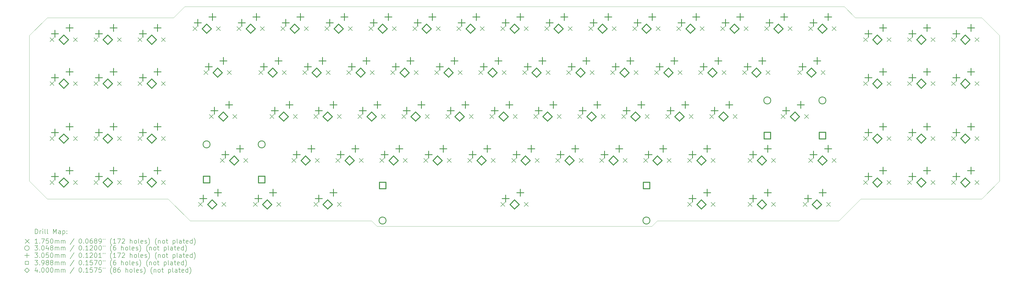
<source format=gbr>
%TF.GenerationSoftware,KiCad,Pcbnew,7.0.9*%
%TF.CreationDate,2024-01-24T13:13:18+00:00*%
%TF.ProjectId,keybird42,6b657962-6972-4643-9432-2e6b69636164,2*%
%TF.SameCoordinates,Original*%
%TF.FileFunction,Drillmap*%
%TF.FilePolarity,Positive*%
%FSLAX45Y45*%
G04 Gerber Fmt 4.5, Leading zero omitted, Abs format (unit mm)*
G04 Created by KiCad (PCBNEW 7.0.9) date 2024-01-24 13:13:18*
%MOMM*%
%LPD*%
G01*
G04 APERTURE LIST*
%ADD10C,0.100000*%
%ADD11C,0.200000*%
%ADD12C,0.175000*%
%ADD13C,0.304800*%
%ADD14C,0.305000*%
%ADD15C,0.398780*%
%ADD16C,0.400000*%
G04 APERTURE END LIST*
D10*
X43100661Y-2381252D02*
X37623750Y-2381250D01*
X28813149Y-11430010D02*
X29051274Y-11191884D01*
X43100661Y-10239384D02*
X43874568Y-9465477D01*
X43874568Y-9465477D02*
X43874568Y-3155159D01*
X2619377Y-2381252D02*
X1845470Y-3155159D01*
X37147500Y-1905000D02*
X8572500Y-1905000D01*
X29051274Y-11191884D02*
X36909374Y-11191876D01*
X7858125Y-10239384D02*
X8810626Y-11191884D01*
X8096250Y-2381250D02*
X2619377Y-2381252D01*
X37623750Y-2381250D02*
X37147500Y-1905000D01*
X16906894Y-11430010D02*
X28813149Y-11430010D01*
X37861875Y-10239375D02*
X43100661Y-10239384D01*
X2619377Y-10239384D02*
X7858125Y-10239384D01*
X36909374Y-11191876D02*
X37861875Y-10239375D01*
X43100661Y-2381252D02*
X43874568Y-3155159D01*
X8572500Y-1905000D02*
X8096250Y-2381250D01*
X2619377Y-10239384D02*
X1845470Y-9465477D01*
X1845470Y-3155159D02*
X1845470Y-9465477D01*
X8810626Y-11191884D02*
X16668764Y-11191875D01*
X16668759Y-11191875D02*
X16906894Y-11430010D01*
D11*
D12*
X2738250Y-3246250D02*
X2913250Y-3421250D01*
X2913250Y-3246250D02*
X2738250Y-3421250D01*
X2738250Y-5151250D02*
X2913250Y-5326250D01*
X2913250Y-5151250D02*
X2738250Y-5326250D01*
X2738250Y-7532500D02*
X2913250Y-7707500D01*
X2913250Y-7532500D02*
X2738250Y-7707500D01*
X2738250Y-9437500D02*
X2913250Y-9612500D01*
X2913250Y-9437500D02*
X2738250Y-9612500D01*
X3754250Y-3246250D02*
X3929250Y-3421250D01*
X3929250Y-3246250D02*
X3754250Y-3421250D01*
X3754250Y-5151250D02*
X3929250Y-5326250D01*
X3929250Y-5151250D02*
X3754250Y-5326250D01*
X3754250Y-7532500D02*
X3929250Y-7707500D01*
X3929250Y-7532500D02*
X3754250Y-7707500D01*
X3754250Y-9437500D02*
X3929250Y-9612500D01*
X3929250Y-9437500D02*
X3754250Y-9612500D01*
X4643250Y-3246250D02*
X4818250Y-3421250D01*
X4818250Y-3246250D02*
X4643250Y-3421250D01*
X4643250Y-5151250D02*
X4818250Y-5326250D01*
X4818250Y-5151250D02*
X4643250Y-5326250D01*
X4643250Y-7532500D02*
X4818250Y-7707500D01*
X4818250Y-7532500D02*
X4643250Y-7707500D01*
X4643250Y-9437500D02*
X4818250Y-9612500D01*
X4818250Y-9437500D02*
X4643250Y-9612500D01*
X5659250Y-3246250D02*
X5834250Y-3421250D01*
X5834250Y-3246250D02*
X5659250Y-3421250D01*
X5659250Y-5151250D02*
X5834250Y-5326250D01*
X5834250Y-5151250D02*
X5659250Y-5326250D01*
X5659250Y-7532500D02*
X5834250Y-7707500D01*
X5834250Y-7532500D02*
X5659250Y-7707500D01*
X5659250Y-9437500D02*
X5834250Y-9612500D01*
X5834250Y-9437500D02*
X5659250Y-9612500D01*
X6548250Y-3246250D02*
X6723250Y-3421250D01*
X6723250Y-3246250D02*
X6548250Y-3421250D01*
X6548250Y-5151250D02*
X6723250Y-5326250D01*
X6723250Y-5151250D02*
X6548250Y-5326250D01*
X6548250Y-7532500D02*
X6723250Y-7707500D01*
X6723250Y-7532500D02*
X6548250Y-7707500D01*
X6548250Y-9437500D02*
X6723250Y-9612500D01*
X6723250Y-9437500D02*
X6548250Y-9612500D01*
X7564250Y-3246250D02*
X7739250Y-3421250D01*
X7739250Y-3246250D02*
X7564250Y-3421250D01*
X7564250Y-5151250D02*
X7739250Y-5326250D01*
X7739250Y-5151250D02*
X7564250Y-5326250D01*
X7564250Y-7532500D02*
X7739250Y-7707500D01*
X7739250Y-7532500D02*
X7564250Y-7707500D01*
X7564250Y-9437500D02*
X7739250Y-9612500D01*
X7739250Y-9437500D02*
X7564250Y-9612500D01*
X8929500Y-2770000D02*
X9104500Y-2945000D01*
X9104500Y-2770000D02*
X8929500Y-2945000D01*
X9167625Y-10390000D02*
X9342625Y-10565000D01*
X9342625Y-10390000D02*
X9167625Y-10565000D01*
X9405750Y-4675000D02*
X9580750Y-4850000D01*
X9580750Y-4675000D02*
X9405750Y-4850000D01*
X9643875Y-6580000D02*
X9818875Y-6755000D01*
X9818875Y-6580000D02*
X9643875Y-6755000D01*
X9945500Y-2770000D02*
X10120500Y-2945000D01*
X10120500Y-2770000D02*
X9945500Y-2945000D01*
X10120125Y-8485000D02*
X10295125Y-8660000D01*
X10295125Y-8485000D02*
X10120125Y-8660000D01*
X10183625Y-10390000D02*
X10358625Y-10565000D01*
X10358625Y-10390000D02*
X10183625Y-10565000D01*
X10421750Y-4675000D02*
X10596750Y-4850000D01*
X10596750Y-4675000D02*
X10421750Y-4850000D01*
X10659875Y-6580000D02*
X10834875Y-6755000D01*
X10834875Y-6580000D02*
X10659875Y-6755000D01*
X10834500Y-2770000D02*
X11009500Y-2945000D01*
X11009500Y-2770000D02*
X10834500Y-2945000D01*
X11136125Y-8485000D02*
X11311125Y-8660000D01*
X11311125Y-8485000D02*
X11136125Y-8660000D01*
X11548875Y-10390000D02*
X11723875Y-10565000D01*
X11723875Y-10390000D02*
X11548875Y-10565000D01*
X11787000Y-4675000D02*
X11962000Y-4850000D01*
X11962000Y-4675000D02*
X11787000Y-4850000D01*
X11850500Y-2770000D02*
X12025500Y-2945000D01*
X12025500Y-2770000D02*
X11850500Y-2945000D01*
X12263250Y-6580000D02*
X12438250Y-6755000D01*
X12438250Y-6580000D02*
X12263250Y-6755000D01*
X12564875Y-10390000D02*
X12739875Y-10565000D01*
X12739875Y-10390000D02*
X12564875Y-10565000D01*
X12739500Y-2770000D02*
X12914500Y-2945000D01*
X12914500Y-2770000D02*
X12739500Y-2945000D01*
X12803000Y-4675000D02*
X12978000Y-4850000D01*
X12978000Y-4675000D02*
X12803000Y-4850000D01*
X13215750Y-8485000D02*
X13390750Y-8660000D01*
X13390750Y-8485000D02*
X13215750Y-8660000D01*
X13279250Y-6580000D02*
X13454250Y-6755000D01*
X13454250Y-6580000D02*
X13279250Y-6755000D01*
X13692000Y-4675000D02*
X13867000Y-4850000D01*
X13867000Y-4675000D02*
X13692000Y-4850000D01*
X13755500Y-2770000D02*
X13930500Y-2945000D01*
X13930500Y-2770000D02*
X13755500Y-2945000D01*
X14168250Y-6580000D02*
X14343250Y-6755000D01*
X14343250Y-6580000D02*
X14168250Y-6755000D01*
X14168250Y-10390000D02*
X14343250Y-10565000D01*
X14343250Y-10390000D02*
X14168250Y-10565000D01*
X14231750Y-8485000D02*
X14406750Y-8660000D01*
X14406750Y-8485000D02*
X14231750Y-8660000D01*
X14644500Y-2770000D02*
X14819500Y-2945000D01*
X14819500Y-2770000D02*
X14644500Y-2945000D01*
X14708000Y-4675000D02*
X14883000Y-4850000D01*
X14883000Y-4675000D02*
X14708000Y-4850000D01*
X15120750Y-8485000D02*
X15295750Y-8660000D01*
X15295750Y-8485000D02*
X15120750Y-8660000D01*
X15184250Y-6580000D02*
X15359250Y-6755000D01*
X15359250Y-6580000D02*
X15184250Y-6755000D01*
X15184250Y-10390000D02*
X15359250Y-10565000D01*
X15359250Y-10390000D02*
X15184250Y-10565000D01*
X15597000Y-4675000D02*
X15772000Y-4850000D01*
X15772000Y-4675000D02*
X15597000Y-4850000D01*
X15660500Y-2770000D02*
X15835500Y-2945000D01*
X15835500Y-2770000D02*
X15660500Y-2945000D01*
X16073250Y-6580000D02*
X16248250Y-6755000D01*
X16248250Y-6580000D02*
X16073250Y-6755000D01*
X16136750Y-8485000D02*
X16311750Y-8660000D01*
X16311750Y-8485000D02*
X16136750Y-8660000D01*
X16549500Y-2770000D02*
X16724500Y-2945000D01*
X16724500Y-2770000D02*
X16549500Y-2945000D01*
X16613000Y-4675000D02*
X16788000Y-4850000D01*
X16788000Y-4675000D02*
X16613000Y-4850000D01*
X17025750Y-8485000D02*
X17200750Y-8660000D01*
X17200750Y-8485000D02*
X17025750Y-8660000D01*
X17089250Y-6580000D02*
X17264250Y-6755000D01*
X17264250Y-6580000D02*
X17089250Y-6755000D01*
X17502000Y-4675000D02*
X17677000Y-4850000D01*
X17677000Y-4675000D02*
X17502000Y-4850000D01*
X17565500Y-2770000D02*
X17740500Y-2945000D01*
X17740500Y-2770000D02*
X17565500Y-2945000D01*
X17978250Y-6580000D02*
X18153250Y-6755000D01*
X18153250Y-6580000D02*
X17978250Y-6755000D01*
X18041750Y-8485000D02*
X18216750Y-8660000D01*
X18216750Y-8485000D02*
X18041750Y-8660000D01*
X18454500Y-2770000D02*
X18629500Y-2945000D01*
X18629500Y-2770000D02*
X18454500Y-2945000D01*
X18518000Y-4675000D02*
X18693000Y-4850000D01*
X18693000Y-4675000D02*
X18518000Y-4850000D01*
X18930750Y-8485000D02*
X19105750Y-8660000D01*
X19105750Y-8485000D02*
X18930750Y-8660000D01*
X18994250Y-6580000D02*
X19169250Y-6755000D01*
X19169250Y-6580000D02*
X18994250Y-6755000D01*
X19407000Y-4675000D02*
X19582000Y-4850000D01*
X19582000Y-4675000D02*
X19407000Y-4850000D01*
X19470500Y-2770000D02*
X19645500Y-2945000D01*
X19645500Y-2770000D02*
X19470500Y-2945000D01*
X19883250Y-6580000D02*
X20058250Y-6755000D01*
X20058250Y-6580000D02*
X19883250Y-6755000D01*
X19946750Y-8485000D02*
X20121750Y-8660000D01*
X20121750Y-8485000D02*
X19946750Y-8660000D01*
X20359500Y-2770000D02*
X20534500Y-2945000D01*
X20534500Y-2770000D02*
X20359500Y-2945000D01*
X20423000Y-4675000D02*
X20598000Y-4850000D01*
X20598000Y-4675000D02*
X20423000Y-4850000D01*
X20835768Y-8485007D02*
X21010768Y-8660007D01*
X21010768Y-8485007D02*
X20835768Y-8660007D01*
X20899250Y-6580000D02*
X21074250Y-6755000D01*
X21074250Y-6580000D02*
X20899250Y-6755000D01*
X21312000Y-4675000D02*
X21487000Y-4850000D01*
X21487000Y-4675000D02*
X21312000Y-4850000D01*
X21375500Y-2770000D02*
X21550500Y-2945000D01*
X21550500Y-2770000D02*
X21375500Y-2945000D01*
X21788269Y-6580006D02*
X21963269Y-6755006D01*
X21963269Y-6580006D02*
X21788269Y-6755006D01*
X21851768Y-8485007D02*
X22026768Y-8660007D01*
X22026768Y-8485007D02*
X21851768Y-8660007D01*
X22264500Y-10390000D02*
X22439500Y-10565000D01*
X22439500Y-10390000D02*
X22264500Y-10565000D01*
X22264519Y-2770002D02*
X22439519Y-2945002D01*
X22439519Y-2770002D02*
X22264519Y-2945002D01*
X22328000Y-4675000D02*
X22503000Y-4850000D01*
X22503000Y-4675000D02*
X22328000Y-4850000D01*
X22740771Y-8485000D02*
X22915771Y-8660000D01*
X22915771Y-8485000D02*
X22740771Y-8660000D01*
X22804269Y-6580006D02*
X22979269Y-6755006D01*
X22979269Y-6580006D02*
X22804269Y-6755006D01*
X23217000Y-4675000D02*
X23392000Y-4850000D01*
X23392000Y-4675000D02*
X23217000Y-4850000D01*
X23280500Y-10390000D02*
X23455500Y-10565000D01*
X23455500Y-10390000D02*
X23280500Y-10565000D01*
X23280519Y-2770002D02*
X23455519Y-2945002D01*
X23455519Y-2770002D02*
X23280519Y-2945002D01*
X23693270Y-6580006D02*
X23868270Y-6755006D01*
X23868270Y-6580006D02*
X23693270Y-6755006D01*
X23756771Y-8485000D02*
X23931771Y-8660000D01*
X23931771Y-8485000D02*
X23756771Y-8660000D01*
X24169521Y-2770002D02*
X24344521Y-2945002D01*
X24344521Y-2770002D02*
X24169521Y-2945002D01*
X24233000Y-4675000D02*
X24408000Y-4850000D01*
X24408000Y-4675000D02*
X24233000Y-4850000D01*
X24645771Y-8485000D02*
X24820771Y-8660000D01*
X24820771Y-8485000D02*
X24645771Y-8660000D01*
X24709270Y-6580006D02*
X24884270Y-6755006D01*
X24884270Y-6580006D02*
X24709270Y-6755006D01*
X25122022Y-4675004D02*
X25297022Y-4850004D01*
X25297022Y-4675004D02*
X25122022Y-4850004D01*
X25185521Y-2770002D02*
X25360521Y-2945002D01*
X25360521Y-2770002D02*
X25185521Y-2945002D01*
X25598272Y-6580006D02*
X25773272Y-6755006D01*
X25773272Y-6580006D02*
X25598272Y-6755006D01*
X25661771Y-8485000D02*
X25836771Y-8660000D01*
X25836771Y-8485000D02*
X25661771Y-8660000D01*
X26074522Y-2770002D02*
X26249522Y-2945002D01*
X26249522Y-2770002D02*
X26074522Y-2945002D01*
X26138022Y-4675004D02*
X26313022Y-4850004D01*
X26313022Y-4675004D02*
X26138022Y-4850004D01*
X26550773Y-8485000D02*
X26725773Y-8660000D01*
X26725773Y-8485000D02*
X26550773Y-8660000D01*
X26614272Y-6580006D02*
X26789272Y-6755006D01*
X26789272Y-6580006D02*
X26614272Y-6755006D01*
X27027000Y-4675000D02*
X27202000Y-4850000D01*
X27202000Y-4675000D02*
X27027000Y-4850000D01*
X27090522Y-2770002D02*
X27265522Y-2945002D01*
X27265522Y-2770002D02*
X27090522Y-2945002D01*
X27503250Y-6580000D02*
X27678250Y-6755000D01*
X27678250Y-6580000D02*
X27503250Y-6755000D01*
X27566773Y-8485000D02*
X27741773Y-8660000D01*
X27741773Y-8485000D02*
X27566773Y-8660000D01*
X27979500Y-2770000D02*
X28154500Y-2945000D01*
X28154500Y-2770000D02*
X27979500Y-2945000D01*
X28043000Y-4675000D02*
X28218000Y-4850000D01*
X28218000Y-4675000D02*
X28043000Y-4850000D01*
X28455750Y-8485000D02*
X28630750Y-8660000D01*
X28630750Y-8485000D02*
X28455750Y-8660000D01*
X28519250Y-6580000D02*
X28694250Y-6755000D01*
X28694250Y-6580000D02*
X28519250Y-6755000D01*
X28932025Y-4675004D02*
X29107025Y-4850004D01*
X29107025Y-4675004D02*
X28932025Y-4850004D01*
X28995500Y-2770000D02*
X29170500Y-2945000D01*
X29170500Y-2770000D02*
X28995500Y-2945000D01*
X29408275Y-6580006D02*
X29583275Y-6755006D01*
X29583275Y-6580006D02*
X29408275Y-6755006D01*
X29471750Y-8485000D02*
X29646750Y-8660000D01*
X29646750Y-8485000D02*
X29471750Y-8660000D01*
X29884526Y-2770002D02*
X30059526Y-2945002D01*
X30059526Y-2770002D02*
X29884526Y-2945002D01*
X29948025Y-4675004D02*
X30123025Y-4850004D01*
X30123025Y-4675004D02*
X29948025Y-4850004D01*
X30360750Y-10390000D02*
X30535750Y-10565000D01*
X30535750Y-10390000D02*
X30360750Y-10565000D01*
X30360776Y-8485000D02*
X30535776Y-8660000D01*
X30535776Y-8485000D02*
X30360776Y-8660000D01*
X30424275Y-6580006D02*
X30599275Y-6755006D01*
X30599275Y-6580006D02*
X30424275Y-6755006D01*
X30837026Y-4675004D02*
X31012026Y-4850004D01*
X31012026Y-4675004D02*
X30837026Y-4850004D01*
X30900526Y-2770002D02*
X31075526Y-2945002D01*
X31075526Y-2770002D02*
X30900526Y-2945002D01*
X31313277Y-6580006D02*
X31488277Y-6755006D01*
X31488277Y-6580006D02*
X31313277Y-6755006D01*
X31376750Y-10390000D02*
X31551750Y-10565000D01*
X31551750Y-10390000D02*
X31376750Y-10565000D01*
X31376776Y-8485000D02*
X31551776Y-8660000D01*
X31551776Y-8485000D02*
X31376776Y-8660000D01*
X31789527Y-2770002D02*
X31964527Y-2945002D01*
X31964527Y-2770002D02*
X31789527Y-2945002D01*
X31853026Y-4675004D02*
X32028026Y-4850004D01*
X32028026Y-4675004D02*
X31853026Y-4850004D01*
X32329277Y-6580006D02*
X32504277Y-6755006D01*
X32504277Y-6580006D02*
X32329277Y-6755006D01*
X32742000Y-4675000D02*
X32917000Y-4850000D01*
X32917000Y-4675000D02*
X32742000Y-4850000D01*
X32805527Y-2770002D02*
X32980527Y-2945002D01*
X32980527Y-2770002D02*
X32805527Y-2945002D01*
X32980125Y-8485000D02*
X33155125Y-8660000D01*
X33155125Y-8485000D02*
X32980125Y-8660000D01*
X32980125Y-10390000D02*
X33155125Y-10565000D01*
X33155125Y-10390000D02*
X32980125Y-10565000D01*
X33694500Y-2770000D02*
X33869500Y-2945000D01*
X33869500Y-2770000D02*
X33694500Y-2945000D01*
X33758000Y-4675000D02*
X33933000Y-4850000D01*
X33933000Y-4675000D02*
X33758000Y-4850000D01*
X33996125Y-8485000D02*
X34171125Y-8660000D01*
X34171125Y-8485000D02*
X33996125Y-8660000D01*
X33996125Y-10390000D02*
X34171125Y-10565000D01*
X34171125Y-10390000D02*
X33996125Y-10565000D01*
X34408904Y-6580006D02*
X34583904Y-6755006D01*
X34583904Y-6580006D02*
X34408904Y-6755006D01*
X34710500Y-2770000D02*
X34885500Y-2945000D01*
X34885500Y-2770000D02*
X34710500Y-2945000D01*
X35123280Y-4675004D02*
X35298280Y-4850004D01*
X35298280Y-4675004D02*
X35123280Y-4850004D01*
X35361375Y-10390000D02*
X35536375Y-10565000D01*
X35536375Y-10390000D02*
X35361375Y-10565000D01*
X35424904Y-6580006D02*
X35599904Y-6755006D01*
X35599904Y-6580006D02*
X35424904Y-6755006D01*
X35599530Y-2770002D02*
X35774530Y-2945002D01*
X35774530Y-2770002D02*
X35599530Y-2945002D01*
X35599530Y-8485007D02*
X35774530Y-8660007D01*
X35774530Y-8485007D02*
X35599530Y-8660007D01*
X36139280Y-4675004D02*
X36314280Y-4850004D01*
X36314280Y-4675004D02*
X36139280Y-4850004D01*
X36377375Y-10390000D02*
X36552375Y-10565000D01*
X36552375Y-10390000D02*
X36377375Y-10565000D01*
X36615530Y-2770002D02*
X36790530Y-2945002D01*
X36790530Y-2770002D02*
X36615530Y-2945002D01*
X36615530Y-8485007D02*
X36790530Y-8660007D01*
X36790530Y-8485007D02*
X36615530Y-8660007D01*
X37980782Y-3246250D02*
X38155782Y-3421250D01*
X38155782Y-3246250D02*
X37980782Y-3421250D01*
X37980782Y-5151250D02*
X38155782Y-5326250D01*
X38155782Y-5151250D02*
X37980782Y-5326250D01*
X37980782Y-7532506D02*
X38155782Y-7707506D01*
X38155782Y-7532506D02*
X37980782Y-7707506D01*
X37980782Y-9437500D02*
X38155782Y-9612500D01*
X38155782Y-9437500D02*
X37980782Y-9612500D01*
X38996782Y-3246250D02*
X39171782Y-3421250D01*
X39171782Y-3246250D02*
X38996782Y-3421250D01*
X38996782Y-5151250D02*
X39171782Y-5326250D01*
X39171782Y-5151250D02*
X38996782Y-5326250D01*
X38996782Y-7532506D02*
X39171782Y-7707506D01*
X39171782Y-7532506D02*
X38996782Y-7707506D01*
X38996782Y-9437500D02*
X39171782Y-9612500D01*
X39171782Y-9437500D02*
X38996782Y-9612500D01*
X39885750Y-3246250D02*
X40060750Y-3421250D01*
X40060750Y-3246250D02*
X39885750Y-3421250D01*
X39885750Y-5151250D02*
X40060750Y-5326250D01*
X40060750Y-5151250D02*
X39885750Y-5326250D01*
X39885750Y-7532500D02*
X40060750Y-7707500D01*
X40060750Y-7532500D02*
X39885750Y-7707500D01*
X39885750Y-9437500D02*
X40060750Y-9612500D01*
X40060750Y-9437500D02*
X39885750Y-9612500D01*
X40901750Y-3246250D02*
X41076750Y-3421250D01*
X41076750Y-3246250D02*
X40901750Y-3421250D01*
X40901750Y-5151250D02*
X41076750Y-5326250D01*
X41076750Y-5151250D02*
X40901750Y-5326250D01*
X40901750Y-7532500D02*
X41076750Y-7707500D01*
X41076750Y-7532500D02*
X40901750Y-7707500D01*
X40901750Y-9437500D02*
X41076750Y-9612500D01*
X41076750Y-9437500D02*
X40901750Y-9612500D01*
X41790786Y-3246253D02*
X41965786Y-3421253D01*
X41965786Y-3246253D02*
X41790786Y-3421253D01*
X41790786Y-5151254D02*
X41965786Y-5326254D01*
X41965786Y-5151254D02*
X41790786Y-5326254D01*
X41790786Y-7532506D02*
X41965786Y-7707506D01*
X41965786Y-7532506D02*
X41790786Y-7707506D01*
X41790786Y-9437508D02*
X41965786Y-9612508D01*
X41965786Y-9437508D02*
X41790786Y-9612508D01*
X42806786Y-3246253D02*
X42981786Y-3421253D01*
X42981786Y-3246253D02*
X42806786Y-3421253D01*
X42806786Y-5151254D02*
X42981786Y-5326254D01*
X42981786Y-5151254D02*
X42806786Y-5326254D01*
X42806786Y-7532506D02*
X42981786Y-7707506D01*
X42981786Y-7532506D02*
X42806786Y-7707506D01*
X42806786Y-9437508D02*
X42981786Y-9612508D01*
X42981786Y-9437508D02*
X42806786Y-9612508D01*
D13*
X9674225Y-7874000D02*
G75*
G03*
X9674225Y-7874000I-152400J0D01*
G01*
X12061825Y-7874000D02*
G75*
G03*
X12061825Y-7874000I-152400J0D01*
G01*
X17297400Y-11176000D02*
G75*
G03*
X17297400Y-11176000I-152400J0D01*
G01*
X28727400Y-11176000D02*
G75*
G03*
X28727400Y-11176000I-152400J0D01*
G01*
X33963004Y-5969006D02*
G75*
G03*
X33963004Y-5969006I-152400J0D01*
G01*
X36350604Y-5969006D02*
G75*
G03*
X36350604Y-5969006I-152400J0D01*
G01*
D14*
X2952750Y-2927250D02*
X2952750Y-3232250D01*
X2800250Y-3079750D02*
X3105250Y-3079750D01*
X2952750Y-4832250D02*
X2952750Y-5137250D01*
X2800250Y-4984750D02*
X3105250Y-4984750D01*
X2952750Y-7213500D02*
X2952750Y-7518500D01*
X2800250Y-7366000D02*
X3105250Y-7366000D01*
X2952750Y-9118500D02*
X2952750Y-9423500D01*
X2800250Y-9271000D02*
X3105250Y-9271000D01*
X3587750Y-2673250D02*
X3587750Y-2978250D01*
X3435250Y-2825750D02*
X3740250Y-2825750D01*
X3587750Y-4578250D02*
X3587750Y-4883250D01*
X3435250Y-4730750D02*
X3740250Y-4730750D01*
X3587750Y-6959500D02*
X3587750Y-7264500D01*
X3435250Y-7112000D02*
X3740250Y-7112000D01*
X3587750Y-8864500D02*
X3587750Y-9169500D01*
X3435250Y-9017000D02*
X3740250Y-9017000D01*
X4857750Y-2927250D02*
X4857750Y-3232250D01*
X4705250Y-3079750D02*
X5010250Y-3079750D01*
X4857750Y-4832250D02*
X4857750Y-5137250D01*
X4705250Y-4984750D02*
X5010250Y-4984750D01*
X4857750Y-7213500D02*
X4857750Y-7518500D01*
X4705250Y-7366000D02*
X5010250Y-7366000D01*
X4857750Y-9118500D02*
X4857750Y-9423500D01*
X4705250Y-9271000D02*
X5010250Y-9271000D01*
X5492750Y-2673250D02*
X5492750Y-2978250D01*
X5340250Y-2825750D02*
X5645250Y-2825750D01*
X5492750Y-4578250D02*
X5492750Y-4883250D01*
X5340250Y-4730750D02*
X5645250Y-4730750D01*
X5492750Y-6959500D02*
X5492750Y-7264500D01*
X5340250Y-7112000D02*
X5645250Y-7112000D01*
X5492750Y-8864500D02*
X5492750Y-9169500D01*
X5340250Y-9017000D02*
X5645250Y-9017000D01*
X6762750Y-2927250D02*
X6762750Y-3232250D01*
X6610250Y-3079750D02*
X6915250Y-3079750D01*
X6762750Y-4832250D02*
X6762750Y-5137250D01*
X6610250Y-4984750D02*
X6915250Y-4984750D01*
X6762750Y-7213500D02*
X6762750Y-7518500D01*
X6610250Y-7366000D02*
X6915250Y-7366000D01*
X6762750Y-9118500D02*
X6762750Y-9423500D01*
X6610250Y-9271000D02*
X6915250Y-9271000D01*
X7397750Y-2673250D02*
X7397750Y-2978250D01*
X7245250Y-2825750D02*
X7550250Y-2825750D01*
X7397750Y-4578250D02*
X7397750Y-4883250D01*
X7245250Y-4730750D02*
X7550250Y-4730750D01*
X7397750Y-6959500D02*
X7397750Y-7264500D01*
X7245250Y-7112000D02*
X7550250Y-7112000D01*
X7397750Y-8864500D02*
X7397750Y-9169500D01*
X7245250Y-9017000D02*
X7550250Y-9017000D01*
X9144000Y-2451000D02*
X9144000Y-2756000D01*
X8991500Y-2603500D02*
X9296500Y-2603500D01*
X9382125Y-10071000D02*
X9382125Y-10376000D01*
X9229625Y-10223500D02*
X9534625Y-10223500D01*
X9620250Y-4356000D02*
X9620250Y-4661000D01*
X9467750Y-4508500D02*
X9772750Y-4508500D01*
X9779000Y-2197000D02*
X9779000Y-2502000D01*
X9626500Y-2349500D02*
X9931500Y-2349500D01*
X9858375Y-6261000D02*
X9858375Y-6566000D01*
X9705875Y-6413500D02*
X10010875Y-6413500D01*
X10017125Y-9817000D02*
X10017125Y-10122000D01*
X9864625Y-9969500D02*
X10169625Y-9969500D01*
X10255250Y-4102000D02*
X10255250Y-4407000D01*
X10102750Y-4254500D02*
X10407750Y-4254500D01*
X10334625Y-8166000D02*
X10334625Y-8471000D01*
X10182125Y-8318500D02*
X10487125Y-8318500D01*
X10493375Y-6007000D02*
X10493375Y-6312000D01*
X10340875Y-6159500D02*
X10645875Y-6159500D01*
X10969625Y-7912000D02*
X10969625Y-8217000D01*
X10817125Y-8064500D02*
X11122125Y-8064500D01*
X11049000Y-2451000D02*
X11049000Y-2756000D01*
X10896500Y-2603500D02*
X11201500Y-2603500D01*
X11684000Y-2197000D02*
X11684000Y-2502000D01*
X11531500Y-2349500D02*
X11836500Y-2349500D01*
X11763375Y-10071000D02*
X11763375Y-10376000D01*
X11610875Y-10223500D02*
X11915875Y-10223500D01*
X12001500Y-4356000D02*
X12001500Y-4661000D01*
X11849000Y-4508500D02*
X12154000Y-4508500D01*
X12398375Y-9817000D02*
X12398375Y-10122000D01*
X12245875Y-9969500D02*
X12550875Y-9969500D01*
X12477750Y-6261000D02*
X12477750Y-6566000D01*
X12325250Y-6413500D02*
X12630250Y-6413500D01*
X12636500Y-4102000D02*
X12636500Y-4407000D01*
X12484000Y-4254500D02*
X12789000Y-4254500D01*
X12954000Y-2451000D02*
X12954000Y-2756000D01*
X12801500Y-2603500D02*
X13106500Y-2603500D01*
X13112750Y-6007000D02*
X13112750Y-6312000D01*
X12960250Y-6159500D02*
X13265250Y-6159500D01*
X13430250Y-8166000D02*
X13430250Y-8471000D01*
X13277750Y-8318500D02*
X13582750Y-8318500D01*
X13589000Y-2197000D02*
X13589000Y-2502000D01*
X13436500Y-2349500D02*
X13741500Y-2349500D01*
X13906500Y-4356000D02*
X13906500Y-4661000D01*
X13754000Y-4508500D02*
X14059000Y-4508500D01*
X14065250Y-7912000D02*
X14065250Y-8217000D01*
X13912750Y-8064500D02*
X14217750Y-8064500D01*
X14382750Y-6261000D02*
X14382750Y-6566000D01*
X14230250Y-6413500D02*
X14535250Y-6413500D01*
X14382750Y-10071000D02*
X14382750Y-10376000D01*
X14230250Y-10223500D02*
X14535250Y-10223500D01*
X14541500Y-4102000D02*
X14541500Y-4407000D01*
X14389000Y-4254500D02*
X14694000Y-4254500D01*
X14859000Y-2451000D02*
X14859000Y-2756000D01*
X14706500Y-2603500D02*
X15011500Y-2603500D01*
X15017750Y-6007000D02*
X15017750Y-6312000D01*
X14865250Y-6159500D02*
X15170250Y-6159500D01*
X15017750Y-9817000D02*
X15017750Y-10122000D01*
X14865250Y-9969500D02*
X15170250Y-9969500D01*
X15335250Y-8166000D02*
X15335250Y-8471000D01*
X15182750Y-8318500D02*
X15487750Y-8318500D01*
X15494000Y-2197000D02*
X15494000Y-2502000D01*
X15341500Y-2349500D02*
X15646500Y-2349500D01*
X15811500Y-4356000D02*
X15811500Y-4661000D01*
X15659000Y-4508500D02*
X15964000Y-4508500D01*
X15970250Y-7912000D02*
X15970250Y-8217000D01*
X15817750Y-8064500D02*
X16122750Y-8064500D01*
X16287750Y-6261000D02*
X16287750Y-6566000D01*
X16135250Y-6413500D02*
X16440250Y-6413500D01*
X16446500Y-4102000D02*
X16446500Y-4407000D01*
X16294000Y-4254500D02*
X16599000Y-4254500D01*
X16764000Y-2451000D02*
X16764000Y-2756000D01*
X16611500Y-2603500D02*
X16916500Y-2603500D01*
X16922750Y-6007000D02*
X16922750Y-6312000D01*
X16770250Y-6159500D02*
X17075250Y-6159500D01*
X17240250Y-8166000D02*
X17240250Y-8471000D01*
X17087750Y-8318500D02*
X17392750Y-8318500D01*
X17399000Y-2197000D02*
X17399000Y-2502000D01*
X17246500Y-2349500D02*
X17551500Y-2349500D01*
X17716500Y-4356000D02*
X17716500Y-4661000D01*
X17564000Y-4508500D02*
X17869000Y-4508500D01*
X17875250Y-7912000D02*
X17875250Y-8217000D01*
X17722750Y-8064500D02*
X18027750Y-8064500D01*
X18192750Y-6261000D02*
X18192750Y-6566000D01*
X18040250Y-6413500D02*
X18345250Y-6413500D01*
X18351500Y-4102000D02*
X18351500Y-4407000D01*
X18199000Y-4254500D02*
X18504000Y-4254500D01*
X18669000Y-2451000D02*
X18669000Y-2756000D01*
X18516500Y-2603500D02*
X18821500Y-2603500D01*
X18827750Y-6007000D02*
X18827750Y-6312000D01*
X18675250Y-6159500D02*
X18980250Y-6159500D01*
X19145250Y-8166000D02*
X19145250Y-8471000D01*
X18992750Y-8318500D02*
X19297750Y-8318500D01*
X19304000Y-2197000D02*
X19304000Y-2502000D01*
X19151500Y-2349500D02*
X19456500Y-2349500D01*
X19621500Y-4356000D02*
X19621500Y-4661000D01*
X19469000Y-4508500D02*
X19774000Y-4508500D01*
X19780250Y-7912000D02*
X19780250Y-8217000D01*
X19627750Y-8064500D02*
X19932750Y-8064500D01*
X20097750Y-6261000D02*
X20097750Y-6566000D01*
X19945250Y-6413500D02*
X20250250Y-6413500D01*
X20256500Y-4102000D02*
X20256500Y-4407000D01*
X20104000Y-4254500D02*
X20409000Y-4254500D01*
X20574000Y-2451000D02*
X20574000Y-2756000D01*
X20421500Y-2603500D02*
X20726500Y-2603500D01*
X20732750Y-6007000D02*
X20732750Y-6312000D01*
X20580250Y-6159500D02*
X20885250Y-6159500D01*
X21050268Y-8166007D02*
X21050268Y-8471007D01*
X20897768Y-8318507D02*
X21202768Y-8318507D01*
X21209000Y-2197000D02*
X21209000Y-2502000D01*
X21056500Y-2349500D02*
X21361500Y-2349500D01*
X21526500Y-4356000D02*
X21526500Y-4661000D01*
X21374000Y-4508500D02*
X21679000Y-4508500D01*
X21685268Y-7912007D02*
X21685268Y-8217007D01*
X21532768Y-8064507D02*
X21837768Y-8064507D01*
X22002769Y-6261006D02*
X22002769Y-6566006D01*
X21850269Y-6413506D02*
X22155269Y-6413506D01*
X22161500Y-4102000D02*
X22161500Y-4407000D01*
X22009000Y-4254500D02*
X22314000Y-4254500D01*
X22479000Y-10071000D02*
X22479000Y-10376000D01*
X22326500Y-10223500D02*
X22631500Y-10223500D01*
X22479019Y-2451002D02*
X22479019Y-2756002D01*
X22326519Y-2603502D02*
X22631519Y-2603502D01*
X22637769Y-6007006D02*
X22637769Y-6312006D01*
X22485269Y-6159506D02*
X22790269Y-6159506D01*
X22955271Y-8166000D02*
X22955271Y-8471000D01*
X22802771Y-8318500D02*
X23107771Y-8318500D01*
X23114000Y-9817000D02*
X23114000Y-10122000D01*
X22961500Y-9969500D02*
X23266500Y-9969500D01*
X23114019Y-2197002D02*
X23114019Y-2502002D01*
X22961519Y-2349502D02*
X23266519Y-2349502D01*
X23431500Y-4356000D02*
X23431500Y-4661000D01*
X23279000Y-4508500D02*
X23584000Y-4508500D01*
X23590271Y-7912000D02*
X23590271Y-8217000D01*
X23437771Y-8064500D02*
X23742771Y-8064500D01*
X23907770Y-6261006D02*
X23907770Y-6566006D01*
X23755270Y-6413506D02*
X24060270Y-6413506D01*
X24066500Y-4102000D02*
X24066500Y-4407000D01*
X23914000Y-4254500D02*
X24219000Y-4254500D01*
X24384021Y-2451002D02*
X24384021Y-2756002D01*
X24231521Y-2603502D02*
X24536521Y-2603502D01*
X24542770Y-6007006D02*
X24542770Y-6312006D01*
X24390270Y-6159506D02*
X24695270Y-6159506D01*
X24860271Y-8166000D02*
X24860271Y-8471000D01*
X24707771Y-8318500D02*
X25012771Y-8318500D01*
X25019021Y-2197002D02*
X25019021Y-2502002D01*
X24866521Y-2349502D02*
X25171521Y-2349502D01*
X25336522Y-4356004D02*
X25336522Y-4661004D01*
X25184022Y-4508504D02*
X25489022Y-4508504D01*
X25495271Y-7912000D02*
X25495271Y-8217000D01*
X25342771Y-8064500D02*
X25647771Y-8064500D01*
X25812772Y-6261006D02*
X25812772Y-6566006D01*
X25660272Y-6413506D02*
X25965272Y-6413506D01*
X25971522Y-4102004D02*
X25971522Y-4407004D01*
X25819022Y-4254504D02*
X26124022Y-4254504D01*
X26289022Y-2451002D02*
X26289022Y-2756002D01*
X26136522Y-2603502D02*
X26441522Y-2603502D01*
X26447772Y-6007006D02*
X26447772Y-6312006D01*
X26295272Y-6159506D02*
X26600272Y-6159506D01*
X26765273Y-8166000D02*
X26765273Y-8471000D01*
X26612773Y-8318500D02*
X26917773Y-8318500D01*
X26924022Y-2197002D02*
X26924022Y-2502002D01*
X26771522Y-2349502D02*
X27076522Y-2349502D01*
X27241500Y-4356000D02*
X27241500Y-4661000D01*
X27089000Y-4508500D02*
X27394000Y-4508500D01*
X27400273Y-7912000D02*
X27400273Y-8217000D01*
X27247773Y-8064500D02*
X27552773Y-8064500D01*
X27717750Y-6261000D02*
X27717750Y-6566000D01*
X27565250Y-6413500D02*
X27870250Y-6413500D01*
X27876500Y-4102000D02*
X27876500Y-4407000D01*
X27724000Y-4254500D02*
X28029000Y-4254500D01*
X28194000Y-2451000D02*
X28194000Y-2756000D01*
X28041500Y-2603500D02*
X28346500Y-2603500D01*
X28352750Y-6007000D02*
X28352750Y-6312000D01*
X28200250Y-6159500D02*
X28505250Y-6159500D01*
X28670250Y-8166000D02*
X28670250Y-8471000D01*
X28517750Y-8318500D02*
X28822750Y-8318500D01*
X28829000Y-2197000D02*
X28829000Y-2502000D01*
X28676500Y-2349500D02*
X28981500Y-2349500D01*
X29146525Y-4356004D02*
X29146525Y-4661004D01*
X28994025Y-4508504D02*
X29299025Y-4508504D01*
X29305250Y-7912000D02*
X29305250Y-8217000D01*
X29152750Y-8064500D02*
X29457750Y-8064500D01*
X29622775Y-6261006D02*
X29622775Y-6566006D01*
X29470275Y-6413506D02*
X29775275Y-6413506D01*
X29781525Y-4102004D02*
X29781525Y-4407004D01*
X29629025Y-4254504D02*
X29934025Y-4254504D01*
X30099026Y-2451002D02*
X30099026Y-2756002D01*
X29946526Y-2603502D02*
X30251526Y-2603502D01*
X30257775Y-6007006D02*
X30257775Y-6312006D01*
X30105275Y-6159506D02*
X30410275Y-6159506D01*
X30575250Y-10071000D02*
X30575250Y-10376000D01*
X30422750Y-10223500D02*
X30727750Y-10223500D01*
X30575276Y-8166000D02*
X30575276Y-8471000D01*
X30422776Y-8318500D02*
X30727776Y-8318500D01*
X30734026Y-2197002D02*
X30734026Y-2502002D01*
X30581526Y-2349502D02*
X30886526Y-2349502D01*
X31051526Y-4356004D02*
X31051526Y-4661004D01*
X30899026Y-4508504D02*
X31204026Y-4508504D01*
X31210250Y-9817000D02*
X31210250Y-10122000D01*
X31057750Y-9969500D02*
X31362750Y-9969500D01*
X31210276Y-7912000D02*
X31210276Y-8217000D01*
X31057776Y-8064500D02*
X31362776Y-8064500D01*
X31527777Y-6261006D02*
X31527777Y-6566006D01*
X31375277Y-6413506D02*
X31680277Y-6413506D01*
X31686526Y-4102004D02*
X31686526Y-4407004D01*
X31534026Y-4254504D02*
X31839026Y-4254504D01*
X32004027Y-2451002D02*
X32004027Y-2756002D01*
X31851527Y-2603502D02*
X32156527Y-2603502D01*
X32162777Y-6007006D02*
X32162777Y-6312006D01*
X32010277Y-6159506D02*
X32315277Y-6159506D01*
X32639027Y-2197002D02*
X32639027Y-2502002D01*
X32486527Y-2349502D02*
X32791527Y-2349502D01*
X32956500Y-4356000D02*
X32956500Y-4661000D01*
X32804000Y-4508500D02*
X33109000Y-4508500D01*
X33194625Y-8166000D02*
X33194625Y-8471000D01*
X33042125Y-8318500D02*
X33347125Y-8318500D01*
X33194625Y-10071000D02*
X33194625Y-10376000D01*
X33042125Y-10223500D02*
X33347125Y-10223500D01*
X33591500Y-4102000D02*
X33591500Y-4407000D01*
X33439000Y-4254500D02*
X33744000Y-4254500D01*
X33829625Y-7912000D02*
X33829625Y-8217000D01*
X33677125Y-8064500D02*
X33982125Y-8064500D01*
X33829625Y-9817000D02*
X33829625Y-10122000D01*
X33677125Y-9969500D02*
X33982125Y-9969500D01*
X33909000Y-2451000D02*
X33909000Y-2756000D01*
X33756500Y-2603500D02*
X34061500Y-2603500D01*
X34544000Y-2197000D02*
X34544000Y-2502000D01*
X34391500Y-2349500D02*
X34696500Y-2349500D01*
X34623404Y-6261006D02*
X34623404Y-6566006D01*
X34470904Y-6413506D02*
X34775904Y-6413506D01*
X35258404Y-6007006D02*
X35258404Y-6312006D01*
X35105904Y-6159506D02*
X35410904Y-6159506D01*
X35337780Y-4356004D02*
X35337780Y-4661004D01*
X35185280Y-4508504D02*
X35490280Y-4508504D01*
X35575875Y-10071000D02*
X35575875Y-10376000D01*
X35423375Y-10223500D02*
X35728375Y-10223500D01*
X35814030Y-2451002D02*
X35814030Y-2756002D01*
X35661530Y-2603502D02*
X35966530Y-2603502D01*
X35814030Y-8166007D02*
X35814030Y-8471007D01*
X35661530Y-8318507D02*
X35966530Y-8318507D01*
X35972780Y-4102004D02*
X35972780Y-4407004D01*
X35820280Y-4254504D02*
X36125280Y-4254504D01*
X36210875Y-9817000D02*
X36210875Y-10122000D01*
X36058375Y-9969500D02*
X36363375Y-9969500D01*
X36449030Y-2197002D02*
X36449030Y-2502002D01*
X36296530Y-2349502D02*
X36601530Y-2349502D01*
X36449030Y-7912007D02*
X36449030Y-8217007D01*
X36296530Y-8064507D02*
X36601530Y-8064507D01*
X38195282Y-2927250D02*
X38195282Y-3232250D01*
X38042782Y-3079750D02*
X38347782Y-3079750D01*
X38195282Y-4832250D02*
X38195282Y-5137250D01*
X38042782Y-4984750D02*
X38347782Y-4984750D01*
X38195282Y-7213506D02*
X38195282Y-7518506D01*
X38042782Y-7366006D02*
X38347782Y-7366006D01*
X38195282Y-9118500D02*
X38195282Y-9423500D01*
X38042782Y-9271000D02*
X38347782Y-9271000D01*
X38830282Y-2673250D02*
X38830282Y-2978250D01*
X38677782Y-2825750D02*
X38982782Y-2825750D01*
X38830282Y-4578250D02*
X38830282Y-4883250D01*
X38677782Y-4730750D02*
X38982782Y-4730750D01*
X38830282Y-6959506D02*
X38830282Y-7264506D01*
X38677782Y-7112006D02*
X38982782Y-7112006D01*
X38830282Y-8864500D02*
X38830282Y-9169500D01*
X38677782Y-9017000D02*
X38982782Y-9017000D01*
X40100250Y-2927250D02*
X40100250Y-3232250D01*
X39947750Y-3079750D02*
X40252750Y-3079750D01*
X40100250Y-4832250D02*
X40100250Y-5137250D01*
X39947750Y-4984750D02*
X40252750Y-4984750D01*
X40100250Y-7213500D02*
X40100250Y-7518500D01*
X39947750Y-7366000D02*
X40252750Y-7366000D01*
X40100250Y-9118500D02*
X40100250Y-9423500D01*
X39947750Y-9271000D02*
X40252750Y-9271000D01*
X40735250Y-2673250D02*
X40735250Y-2978250D01*
X40582750Y-2825750D02*
X40887750Y-2825750D01*
X40735250Y-4578250D02*
X40735250Y-4883250D01*
X40582750Y-4730750D02*
X40887750Y-4730750D01*
X40735250Y-6959500D02*
X40735250Y-7264500D01*
X40582750Y-7112000D02*
X40887750Y-7112000D01*
X40735250Y-8864500D02*
X40735250Y-9169500D01*
X40582750Y-9017000D02*
X40887750Y-9017000D01*
X42005286Y-2927253D02*
X42005286Y-3232253D01*
X41852786Y-3079753D02*
X42157786Y-3079753D01*
X42005286Y-4832254D02*
X42005286Y-5137254D01*
X41852786Y-4984754D02*
X42157786Y-4984754D01*
X42005286Y-7213506D02*
X42005286Y-7518506D01*
X41852786Y-7366006D02*
X42157786Y-7366006D01*
X42005286Y-9118508D02*
X42005286Y-9423508D01*
X41852786Y-9271008D02*
X42157786Y-9271008D01*
X42640286Y-2673253D02*
X42640286Y-2978253D01*
X42487786Y-2825753D02*
X42792786Y-2825753D01*
X42640286Y-4578254D02*
X42640286Y-4883254D01*
X42487786Y-4730754D02*
X42792786Y-4730754D01*
X42640286Y-6959506D02*
X42640286Y-7264506D01*
X42487786Y-7112006D02*
X42792786Y-7112006D01*
X42640286Y-8864508D02*
X42640286Y-9169508D01*
X42487786Y-9017008D02*
X42792786Y-9017008D01*
D15*
X9662816Y-9535991D02*
X9662816Y-9254009D01*
X9380834Y-9254009D01*
X9380834Y-9535991D01*
X9662816Y-9535991D01*
X12050416Y-9535991D02*
X12050416Y-9254009D01*
X11768434Y-9254009D01*
X11768434Y-9535991D01*
X12050416Y-9535991D01*
X17285991Y-9795991D02*
X17285991Y-9514009D01*
X17004009Y-9514009D01*
X17004009Y-9795991D01*
X17285991Y-9795991D01*
X28715991Y-9795991D02*
X28715991Y-9514009D01*
X28434009Y-9514009D01*
X28434009Y-9795991D01*
X28715991Y-9795991D01*
X33951596Y-7630997D02*
X33951596Y-7349014D01*
X33669613Y-7349014D01*
X33669613Y-7630997D01*
X33951596Y-7630997D01*
X36339196Y-7630997D02*
X36339196Y-7349014D01*
X36057213Y-7349014D01*
X36057213Y-7630997D01*
X36339196Y-7630997D01*
D16*
X3333750Y-3533750D02*
X3533750Y-3333750D01*
X3333750Y-3133750D01*
X3133750Y-3333750D01*
X3333750Y-3533750D01*
X3333750Y-5438750D02*
X3533750Y-5238750D01*
X3333750Y-5038750D01*
X3133750Y-5238750D01*
X3333750Y-5438750D01*
X3333750Y-7820000D02*
X3533750Y-7620000D01*
X3333750Y-7420000D01*
X3133750Y-7620000D01*
X3333750Y-7820000D01*
X3333750Y-9725000D02*
X3533750Y-9525000D01*
X3333750Y-9325000D01*
X3133750Y-9525000D01*
X3333750Y-9725000D01*
X5238750Y-3533750D02*
X5438750Y-3333750D01*
X5238750Y-3133750D01*
X5038750Y-3333750D01*
X5238750Y-3533750D01*
X5238750Y-5438750D02*
X5438750Y-5238750D01*
X5238750Y-5038750D01*
X5038750Y-5238750D01*
X5238750Y-5438750D01*
X5238750Y-7820000D02*
X5438750Y-7620000D01*
X5238750Y-7420000D01*
X5038750Y-7620000D01*
X5238750Y-7820000D01*
X5238750Y-9725000D02*
X5438750Y-9525000D01*
X5238750Y-9325000D01*
X5038750Y-9525000D01*
X5238750Y-9725000D01*
X7143750Y-3533750D02*
X7343750Y-3333750D01*
X7143750Y-3133750D01*
X6943750Y-3333750D01*
X7143750Y-3533750D01*
X7143750Y-5438750D02*
X7343750Y-5238750D01*
X7143750Y-5038750D01*
X6943750Y-5238750D01*
X7143750Y-5438750D01*
X7143750Y-7820000D02*
X7343750Y-7620000D01*
X7143750Y-7420000D01*
X6943750Y-7620000D01*
X7143750Y-7820000D01*
X7143750Y-9725000D02*
X7343750Y-9525000D01*
X7143750Y-9325000D01*
X6943750Y-9525000D01*
X7143750Y-9725000D01*
X9525000Y-3057500D02*
X9725000Y-2857500D01*
X9525000Y-2657500D01*
X9325000Y-2857500D01*
X9525000Y-3057500D01*
X9763125Y-10677500D02*
X9963125Y-10477500D01*
X9763125Y-10277500D01*
X9563125Y-10477500D01*
X9763125Y-10677500D01*
X10001250Y-4962500D02*
X10201250Y-4762500D01*
X10001250Y-4562500D01*
X9801250Y-4762500D01*
X10001250Y-4962500D01*
X10239375Y-6867500D02*
X10439375Y-6667500D01*
X10239375Y-6467500D01*
X10039375Y-6667500D01*
X10239375Y-6867500D01*
X10715625Y-8772500D02*
X10915625Y-8572500D01*
X10715625Y-8372500D01*
X10515625Y-8572500D01*
X10715625Y-8772500D01*
X11430000Y-3057500D02*
X11630000Y-2857500D01*
X11430000Y-2657500D01*
X11230000Y-2857500D01*
X11430000Y-3057500D01*
X12144375Y-10677500D02*
X12344375Y-10477500D01*
X12144375Y-10277500D01*
X11944375Y-10477500D01*
X12144375Y-10677500D01*
X12382500Y-4962500D02*
X12582500Y-4762500D01*
X12382500Y-4562500D01*
X12182500Y-4762500D01*
X12382500Y-4962500D01*
X12858750Y-6867500D02*
X13058750Y-6667500D01*
X12858750Y-6467500D01*
X12658750Y-6667500D01*
X12858750Y-6867500D01*
X13335000Y-3057500D02*
X13535000Y-2857500D01*
X13335000Y-2657500D01*
X13135000Y-2857500D01*
X13335000Y-3057500D01*
X13811250Y-8772500D02*
X14011250Y-8572500D01*
X13811250Y-8372500D01*
X13611250Y-8572500D01*
X13811250Y-8772500D01*
X14287500Y-4962500D02*
X14487500Y-4762500D01*
X14287500Y-4562500D01*
X14087500Y-4762500D01*
X14287500Y-4962500D01*
X14763750Y-6867500D02*
X14963750Y-6667500D01*
X14763750Y-6467500D01*
X14563750Y-6667500D01*
X14763750Y-6867500D01*
X14763750Y-10677500D02*
X14963750Y-10477500D01*
X14763750Y-10277500D01*
X14563750Y-10477500D01*
X14763750Y-10677500D01*
X15240000Y-3057500D02*
X15440000Y-2857500D01*
X15240000Y-2657500D01*
X15040000Y-2857500D01*
X15240000Y-3057500D01*
X15716250Y-8772500D02*
X15916250Y-8572500D01*
X15716250Y-8372500D01*
X15516250Y-8572500D01*
X15716250Y-8772500D01*
X16192500Y-4962500D02*
X16392500Y-4762500D01*
X16192500Y-4562500D01*
X15992500Y-4762500D01*
X16192500Y-4962500D01*
X16668750Y-6867500D02*
X16868750Y-6667500D01*
X16668750Y-6467500D01*
X16468750Y-6667500D01*
X16668750Y-6867500D01*
X17145000Y-3057500D02*
X17345000Y-2857500D01*
X17145000Y-2657500D01*
X16945000Y-2857500D01*
X17145000Y-3057500D01*
X17621250Y-8772500D02*
X17821250Y-8572500D01*
X17621250Y-8372500D01*
X17421250Y-8572500D01*
X17621250Y-8772500D01*
X18097500Y-4962500D02*
X18297500Y-4762500D01*
X18097500Y-4562500D01*
X17897500Y-4762500D01*
X18097500Y-4962500D01*
X18573750Y-6867500D02*
X18773750Y-6667500D01*
X18573750Y-6467500D01*
X18373750Y-6667500D01*
X18573750Y-6867500D01*
X19050000Y-3057500D02*
X19250000Y-2857500D01*
X19050000Y-2657500D01*
X18850000Y-2857500D01*
X19050000Y-3057500D01*
X19526250Y-8772500D02*
X19726250Y-8572500D01*
X19526250Y-8372500D01*
X19326250Y-8572500D01*
X19526250Y-8772500D01*
X20002500Y-4962500D02*
X20202500Y-4762500D01*
X20002500Y-4562500D01*
X19802500Y-4762500D01*
X20002500Y-4962500D01*
X20478750Y-6867500D02*
X20678750Y-6667500D01*
X20478750Y-6467500D01*
X20278750Y-6667500D01*
X20478750Y-6867500D01*
X20955000Y-3057500D02*
X21155000Y-2857500D01*
X20955000Y-2657500D01*
X20755000Y-2857500D01*
X20955000Y-3057500D01*
X21431268Y-8772507D02*
X21631268Y-8572507D01*
X21431268Y-8372507D01*
X21231268Y-8572507D01*
X21431268Y-8772507D01*
X21907500Y-4962500D02*
X22107500Y-4762500D01*
X21907500Y-4562500D01*
X21707500Y-4762500D01*
X21907500Y-4962500D01*
X22383769Y-6867506D02*
X22583769Y-6667506D01*
X22383769Y-6467506D01*
X22183769Y-6667506D01*
X22383769Y-6867506D01*
X22860000Y-10677500D02*
X23060000Y-10477500D01*
X22860000Y-10277500D01*
X22660000Y-10477500D01*
X22860000Y-10677500D01*
X22860019Y-3057502D02*
X23060019Y-2857502D01*
X22860019Y-2657502D01*
X22660019Y-2857502D01*
X22860019Y-3057502D01*
X23336271Y-8772500D02*
X23536271Y-8572500D01*
X23336271Y-8372500D01*
X23136271Y-8572500D01*
X23336271Y-8772500D01*
X23812500Y-4962500D02*
X24012500Y-4762500D01*
X23812500Y-4562500D01*
X23612500Y-4762500D01*
X23812500Y-4962500D01*
X24288770Y-6867506D02*
X24488770Y-6667506D01*
X24288770Y-6467506D01*
X24088770Y-6667506D01*
X24288770Y-6867506D01*
X24765021Y-3057502D02*
X24965021Y-2857502D01*
X24765021Y-2657502D01*
X24565021Y-2857502D01*
X24765021Y-3057502D01*
X25241271Y-8772500D02*
X25441271Y-8572500D01*
X25241271Y-8372500D01*
X25041271Y-8572500D01*
X25241271Y-8772500D01*
X25717522Y-4962504D02*
X25917522Y-4762504D01*
X25717522Y-4562504D01*
X25517522Y-4762504D01*
X25717522Y-4962504D01*
X26193772Y-6867506D02*
X26393772Y-6667506D01*
X26193772Y-6467506D01*
X25993772Y-6667506D01*
X26193772Y-6867506D01*
X26670022Y-3057502D02*
X26870022Y-2857502D01*
X26670022Y-2657502D01*
X26470022Y-2857502D01*
X26670022Y-3057502D01*
X27146273Y-8772500D02*
X27346273Y-8572500D01*
X27146273Y-8372500D01*
X26946273Y-8572500D01*
X27146273Y-8772500D01*
X27622500Y-4962500D02*
X27822500Y-4762500D01*
X27622500Y-4562500D01*
X27422500Y-4762500D01*
X27622500Y-4962500D01*
X28098750Y-6867500D02*
X28298750Y-6667500D01*
X28098750Y-6467500D01*
X27898750Y-6667500D01*
X28098750Y-6867500D01*
X28575000Y-3057500D02*
X28775000Y-2857500D01*
X28575000Y-2657500D01*
X28375000Y-2857500D01*
X28575000Y-3057500D01*
X29051250Y-8772500D02*
X29251250Y-8572500D01*
X29051250Y-8372500D01*
X28851250Y-8572500D01*
X29051250Y-8772500D01*
X29527525Y-4962504D02*
X29727525Y-4762504D01*
X29527525Y-4562504D01*
X29327525Y-4762504D01*
X29527525Y-4962504D01*
X30003775Y-6867506D02*
X30203775Y-6667506D01*
X30003775Y-6467506D01*
X29803775Y-6667506D01*
X30003775Y-6867506D01*
X30480026Y-3057502D02*
X30680026Y-2857502D01*
X30480026Y-2657502D01*
X30280026Y-2857502D01*
X30480026Y-3057502D01*
X30956250Y-10677500D02*
X31156250Y-10477500D01*
X30956250Y-10277500D01*
X30756250Y-10477500D01*
X30956250Y-10677500D01*
X30956276Y-8772500D02*
X31156276Y-8572500D01*
X30956276Y-8372500D01*
X30756276Y-8572500D01*
X30956276Y-8772500D01*
X31432526Y-4962504D02*
X31632526Y-4762504D01*
X31432526Y-4562504D01*
X31232526Y-4762504D01*
X31432526Y-4962504D01*
X31908777Y-6867506D02*
X32108777Y-6667506D01*
X31908777Y-6467506D01*
X31708777Y-6667506D01*
X31908777Y-6867506D01*
X32385027Y-3057502D02*
X32585027Y-2857502D01*
X32385027Y-2657502D01*
X32185027Y-2857502D01*
X32385027Y-3057502D01*
X33337500Y-4962500D02*
X33537500Y-4762500D01*
X33337500Y-4562500D01*
X33137500Y-4762500D01*
X33337500Y-4962500D01*
X33575625Y-8772500D02*
X33775625Y-8572500D01*
X33575625Y-8372500D01*
X33375625Y-8572500D01*
X33575625Y-8772500D01*
X33575625Y-10677500D02*
X33775625Y-10477500D01*
X33575625Y-10277500D01*
X33375625Y-10477500D01*
X33575625Y-10677500D01*
X34290000Y-3057500D02*
X34490000Y-2857500D01*
X34290000Y-2657500D01*
X34090000Y-2857500D01*
X34290000Y-3057500D01*
X35004404Y-6867506D02*
X35204404Y-6667506D01*
X35004404Y-6467506D01*
X34804404Y-6667506D01*
X35004404Y-6867506D01*
X35718780Y-4962504D02*
X35918780Y-4762504D01*
X35718780Y-4562504D01*
X35518780Y-4762504D01*
X35718780Y-4962504D01*
X35956875Y-10677500D02*
X36156875Y-10477500D01*
X35956875Y-10277500D01*
X35756875Y-10477500D01*
X35956875Y-10677500D01*
X36195030Y-3057502D02*
X36395030Y-2857502D01*
X36195030Y-2657502D01*
X35995030Y-2857502D01*
X36195030Y-3057502D01*
X36195030Y-8772507D02*
X36395030Y-8572507D01*
X36195030Y-8372507D01*
X35995030Y-8572507D01*
X36195030Y-8772507D01*
X38576282Y-3533750D02*
X38776282Y-3333750D01*
X38576282Y-3133750D01*
X38376282Y-3333750D01*
X38576282Y-3533750D01*
X38576282Y-5438750D02*
X38776282Y-5238750D01*
X38576282Y-5038750D01*
X38376282Y-5238750D01*
X38576282Y-5438750D01*
X38576282Y-7820006D02*
X38776282Y-7620006D01*
X38576282Y-7420006D01*
X38376282Y-7620006D01*
X38576282Y-7820006D01*
X38576282Y-9725000D02*
X38776282Y-9525000D01*
X38576282Y-9325000D01*
X38376282Y-9525000D01*
X38576282Y-9725000D01*
X40481250Y-3533750D02*
X40681250Y-3333750D01*
X40481250Y-3133750D01*
X40281250Y-3333750D01*
X40481250Y-3533750D01*
X40481250Y-5438750D02*
X40681250Y-5238750D01*
X40481250Y-5038750D01*
X40281250Y-5238750D01*
X40481250Y-5438750D01*
X40481250Y-7820000D02*
X40681250Y-7620000D01*
X40481250Y-7420000D01*
X40281250Y-7620000D01*
X40481250Y-7820000D01*
X40481250Y-9725000D02*
X40681250Y-9525000D01*
X40481250Y-9325000D01*
X40281250Y-9525000D01*
X40481250Y-9725000D01*
X42386286Y-3533753D02*
X42586286Y-3333753D01*
X42386286Y-3133753D01*
X42186286Y-3333753D01*
X42386286Y-3533753D01*
X42386286Y-5438754D02*
X42586286Y-5238754D01*
X42386286Y-5038754D01*
X42186286Y-5238754D01*
X42386286Y-5438754D01*
X42386286Y-7820006D02*
X42586286Y-7620006D01*
X42386286Y-7420006D01*
X42186286Y-7620006D01*
X42386286Y-7820006D01*
X42386286Y-9725008D02*
X42586286Y-9525008D01*
X42386286Y-9325008D01*
X42186286Y-9525008D01*
X42386286Y-9725008D01*
D11*
X2101247Y-11746493D02*
X2101247Y-11546493D01*
X2101247Y-11546493D02*
X2148866Y-11546493D01*
X2148866Y-11546493D02*
X2177438Y-11556017D01*
X2177438Y-11556017D02*
X2196485Y-11575065D01*
X2196485Y-11575065D02*
X2206009Y-11594112D01*
X2206009Y-11594112D02*
X2215533Y-11632208D01*
X2215533Y-11632208D02*
X2215533Y-11660779D01*
X2215533Y-11660779D02*
X2206009Y-11698874D01*
X2206009Y-11698874D02*
X2196485Y-11717922D01*
X2196485Y-11717922D02*
X2177438Y-11736970D01*
X2177438Y-11736970D02*
X2148866Y-11746493D01*
X2148866Y-11746493D02*
X2101247Y-11746493D01*
X2301247Y-11746493D02*
X2301247Y-11613160D01*
X2301247Y-11651255D02*
X2310771Y-11632208D01*
X2310771Y-11632208D02*
X2320295Y-11622684D01*
X2320295Y-11622684D02*
X2339342Y-11613160D01*
X2339342Y-11613160D02*
X2358390Y-11613160D01*
X2425057Y-11746493D02*
X2425057Y-11613160D01*
X2425057Y-11546493D02*
X2415533Y-11556017D01*
X2415533Y-11556017D02*
X2425057Y-11565541D01*
X2425057Y-11565541D02*
X2434580Y-11556017D01*
X2434580Y-11556017D02*
X2425057Y-11546493D01*
X2425057Y-11546493D02*
X2425057Y-11565541D01*
X2548866Y-11746493D02*
X2529819Y-11736970D01*
X2529819Y-11736970D02*
X2520295Y-11717922D01*
X2520295Y-11717922D02*
X2520295Y-11546493D01*
X2653628Y-11746493D02*
X2634580Y-11736970D01*
X2634580Y-11736970D02*
X2625057Y-11717922D01*
X2625057Y-11717922D02*
X2625057Y-11546493D01*
X2882199Y-11746493D02*
X2882199Y-11546493D01*
X2882199Y-11546493D02*
X2948866Y-11689350D01*
X2948866Y-11689350D02*
X3015533Y-11546493D01*
X3015533Y-11546493D02*
X3015533Y-11746493D01*
X3196485Y-11746493D02*
X3196485Y-11641731D01*
X3196485Y-11641731D02*
X3186961Y-11622684D01*
X3186961Y-11622684D02*
X3167914Y-11613160D01*
X3167914Y-11613160D02*
X3129818Y-11613160D01*
X3129818Y-11613160D02*
X3110771Y-11622684D01*
X3196485Y-11736970D02*
X3177438Y-11746493D01*
X3177438Y-11746493D02*
X3129818Y-11746493D01*
X3129818Y-11746493D02*
X3110771Y-11736970D01*
X3110771Y-11736970D02*
X3101247Y-11717922D01*
X3101247Y-11717922D02*
X3101247Y-11698874D01*
X3101247Y-11698874D02*
X3110771Y-11679827D01*
X3110771Y-11679827D02*
X3129818Y-11670303D01*
X3129818Y-11670303D02*
X3177438Y-11670303D01*
X3177438Y-11670303D02*
X3196485Y-11660779D01*
X3291723Y-11613160D02*
X3291723Y-11813160D01*
X3291723Y-11622684D02*
X3310771Y-11613160D01*
X3310771Y-11613160D02*
X3348866Y-11613160D01*
X3348866Y-11613160D02*
X3367914Y-11622684D01*
X3367914Y-11622684D02*
X3377438Y-11632208D01*
X3377438Y-11632208D02*
X3386961Y-11651255D01*
X3386961Y-11651255D02*
X3386961Y-11708398D01*
X3386961Y-11708398D02*
X3377438Y-11727446D01*
X3377438Y-11727446D02*
X3367914Y-11736970D01*
X3367914Y-11736970D02*
X3348866Y-11746493D01*
X3348866Y-11746493D02*
X3310771Y-11746493D01*
X3310771Y-11746493D02*
X3291723Y-11736970D01*
X3472676Y-11727446D02*
X3482199Y-11736970D01*
X3482199Y-11736970D02*
X3472676Y-11746493D01*
X3472676Y-11746493D02*
X3463152Y-11736970D01*
X3463152Y-11736970D02*
X3472676Y-11727446D01*
X3472676Y-11727446D02*
X3472676Y-11746493D01*
X3472676Y-11622684D02*
X3482199Y-11632208D01*
X3482199Y-11632208D02*
X3472676Y-11641731D01*
X3472676Y-11641731D02*
X3463152Y-11632208D01*
X3463152Y-11632208D02*
X3472676Y-11622684D01*
X3472676Y-11622684D02*
X3472676Y-11641731D01*
D12*
X1665470Y-11987510D02*
X1840470Y-12162510D01*
X1840470Y-11987510D02*
X1665470Y-12162510D01*
D11*
X2206009Y-12166493D02*
X2091723Y-12166493D01*
X2148866Y-12166493D02*
X2148866Y-11966493D01*
X2148866Y-11966493D02*
X2129819Y-11995065D01*
X2129819Y-11995065D02*
X2110771Y-12014112D01*
X2110771Y-12014112D02*
X2091723Y-12023636D01*
X2291723Y-12147446D02*
X2301247Y-12156970D01*
X2301247Y-12156970D02*
X2291723Y-12166493D01*
X2291723Y-12166493D02*
X2282200Y-12156970D01*
X2282200Y-12156970D02*
X2291723Y-12147446D01*
X2291723Y-12147446D02*
X2291723Y-12166493D01*
X2367914Y-11966493D02*
X2501247Y-11966493D01*
X2501247Y-11966493D02*
X2415533Y-12166493D01*
X2672676Y-11966493D02*
X2577438Y-11966493D01*
X2577438Y-11966493D02*
X2567914Y-12061731D01*
X2567914Y-12061731D02*
X2577438Y-12052208D01*
X2577438Y-12052208D02*
X2596485Y-12042684D01*
X2596485Y-12042684D02*
X2644104Y-12042684D01*
X2644104Y-12042684D02*
X2663152Y-12052208D01*
X2663152Y-12052208D02*
X2672676Y-12061731D01*
X2672676Y-12061731D02*
X2682200Y-12080779D01*
X2682200Y-12080779D02*
X2682200Y-12128398D01*
X2682200Y-12128398D02*
X2672676Y-12147446D01*
X2672676Y-12147446D02*
X2663152Y-12156970D01*
X2663152Y-12156970D02*
X2644104Y-12166493D01*
X2644104Y-12166493D02*
X2596485Y-12166493D01*
X2596485Y-12166493D02*
X2577438Y-12156970D01*
X2577438Y-12156970D02*
X2567914Y-12147446D01*
X2806009Y-11966493D02*
X2825057Y-11966493D01*
X2825057Y-11966493D02*
X2844104Y-11976017D01*
X2844104Y-11976017D02*
X2853628Y-11985541D01*
X2853628Y-11985541D02*
X2863152Y-12004589D01*
X2863152Y-12004589D02*
X2872676Y-12042684D01*
X2872676Y-12042684D02*
X2872676Y-12090303D01*
X2872676Y-12090303D02*
X2863152Y-12128398D01*
X2863152Y-12128398D02*
X2853628Y-12147446D01*
X2853628Y-12147446D02*
X2844104Y-12156970D01*
X2844104Y-12156970D02*
X2825057Y-12166493D01*
X2825057Y-12166493D02*
X2806009Y-12166493D01*
X2806009Y-12166493D02*
X2786961Y-12156970D01*
X2786961Y-12156970D02*
X2777438Y-12147446D01*
X2777438Y-12147446D02*
X2767914Y-12128398D01*
X2767914Y-12128398D02*
X2758390Y-12090303D01*
X2758390Y-12090303D02*
X2758390Y-12042684D01*
X2758390Y-12042684D02*
X2767914Y-12004589D01*
X2767914Y-12004589D02*
X2777438Y-11985541D01*
X2777438Y-11985541D02*
X2786961Y-11976017D01*
X2786961Y-11976017D02*
X2806009Y-11966493D01*
X2958390Y-12166493D02*
X2958390Y-12033160D01*
X2958390Y-12052208D02*
X2967914Y-12042684D01*
X2967914Y-12042684D02*
X2986961Y-12033160D01*
X2986961Y-12033160D02*
X3015533Y-12033160D01*
X3015533Y-12033160D02*
X3034580Y-12042684D01*
X3034580Y-12042684D02*
X3044104Y-12061731D01*
X3044104Y-12061731D02*
X3044104Y-12166493D01*
X3044104Y-12061731D02*
X3053628Y-12042684D01*
X3053628Y-12042684D02*
X3072676Y-12033160D01*
X3072676Y-12033160D02*
X3101247Y-12033160D01*
X3101247Y-12033160D02*
X3120295Y-12042684D01*
X3120295Y-12042684D02*
X3129819Y-12061731D01*
X3129819Y-12061731D02*
X3129819Y-12166493D01*
X3225057Y-12166493D02*
X3225057Y-12033160D01*
X3225057Y-12052208D02*
X3234580Y-12042684D01*
X3234580Y-12042684D02*
X3253628Y-12033160D01*
X3253628Y-12033160D02*
X3282200Y-12033160D01*
X3282200Y-12033160D02*
X3301247Y-12042684D01*
X3301247Y-12042684D02*
X3310771Y-12061731D01*
X3310771Y-12061731D02*
X3310771Y-12166493D01*
X3310771Y-12061731D02*
X3320295Y-12042684D01*
X3320295Y-12042684D02*
X3339342Y-12033160D01*
X3339342Y-12033160D02*
X3367914Y-12033160D01*
X3367914Y-12033160D02*
X3386961Y-12042684D01*
X3386961Y-12042684D02*
X3396485Y-12061731D01*
X3396485Y-12061731D02*
X3396485Y-12166493D01*
X3786961Y-11956970D02*
X3615533Y-12214112D01*
X4044104Y-11966493D02*
X4063152Y-11966493D01*
X4063152Y-11966493D02*
X4082200Y-11976017D01*
X4082200Y-11976017D02*
X4091723Y-11985541D01*
X4091723Y-11985541D02*
X4101247Y-12004589D01*
X4101247Y-12004589D02*
X4110771Y-12042684D01*
X4110771Y-12042684D02*
X4110771Y-12090303D01*
X4110771Y-12090303D02*
X4101247Y-12128398D01*
X4101247Y-12128398D02*
X4091723Y-12147446D01*
X4091723Y-12147446D02*
X4082200Y-12156970D01*
X4082200Y-12156970D02*
X4063152Y-12166493D01*
X4063152Y-12166493D02*
X4044104Y-12166493D01*
X4044104Y-12166493D02*
X4025057Y-12156970D01*
X4025057Y-12156970D02*
X4015533Y-12147446D01*
X4015533Y-12147446D02*
X4006009Y-12128398D01*
X4006009Y-12128398D02*
X3996485Y-12090303D01*
X3996485Y-12090303D02*
X3996485Y-12042684D01*
X3996485Y-12042684D02*
X4006009Y-12004589D01*
X4006009Y-12004589D02*
X4015533Y-11985541D01*
X4015533Y-11985541D02*
X4025057Y-11976017D01*
X4025057Y-11976017D02*
X4044104Y-11966493D01*
X4196485Y-12147446D02*
X4206009Y-12156970D01*
X4206009Y-12156970D02*
X4196485Y-12166493D01*
X4196485Y-12166493D02*
X4186962Y-12156970D01*
X4186962Y-12156970D02*
X4196485Y-12147446D01*
X4196485Y-12147446D02*
X4196485Y-12166493D01*
X4329819Y-11966493D02*
X4348866Y-11966493D01*
X4348866Y-11966493D02*
X4367914Y-11976017D01*
X4367914Y-11976017D02*
X4377438Y-11985541D01*
X4377438Y-11985541D02*
X4386962Y-12004589D01*
X4386962Y-12004589D02*
X4396485Y-12042684D01*
X4396485Y-12042684D02*
X4396485Y-12090303D01*
X4396485Y-12090303D02*
X4386962Y-12128398D01*
X4386962Y-12128398D02*
X4377438Y-12147446D01*
X4377438Y-12147446D02*
X4367914Y-12156970D01*
X4367914Y-12156970D02*
X4348866Y-12166493D01*
X4348866Y-12166493D02*
X4329819Y-12166493D01*
X4329819Y-12166493D02*
X4310771Y-12156970D01*
X4310771Y-12156970D02*
X4301247Y-12147446D01*
X4301247Y-12147446D02*
X4291724Y-12128398D01*
X4291724Y-12128398D02*
X4282200Y-12090303D01*
X4282200Y-12090303D02*
X4282200Y-12042684D01*
X4282200Y-12042684D02*
X4291724Y-12004589D01*
X4291724Y-12004589D02*
X4301247Y-11985541D01*
X4301247Y-11985541D02*
X4310771Y-11976017D01*
X4310771Y-11976017D02*
X4329819Y-11966493D01*
X4567914Y-11966493D02*
X4529819Y-11966493D01*
X4529819Y-11966493D02*
X4510771Y-11976017D01*
X4510771Y-11976017D02*
X4501247Y-11985541D01*
X4501247Y-11985541D02*
X4482200Y-12014112D01*
X4482200Y-12014112D02*
X4472676Y-12052208D01*
X4472676Y-12052208D02*
X4472676Y-12128398D01*
X4472676Y-12128398D02*
X4482200Y-12147446D01*
X4482200Y-12147446D02*
X4491724Y-12156970D01*
X4491724Y-12156970D02*
X4510771Y-12166493D01*
X4510771Y-12166493D02*
X4548866Y-12166493D01*
X4548866Y-12166493D02*
X4567914Y-12156970D01*
X4567914Y-12156970D02*
X4577438Y-12147446D01*
X4577438Y-12147446D02*
X4586962Y-12128398D01*
X4586962Y-12128398D02*
X4586962Y-12080779D01*
X4586962Y-12080779D02*
X4577438Y-12061731D01*
X4577438Y-12061731D02*
X4567914Y-12052208D01*
X4567914Y-12052208D02*
X4548866Y-12042684D01*
X4548866Y-12042684D02*
X4510771Y-12042684D01*
X4510771Y-12042684D02*
X4491724Y-12052208D01*
X4491724Y-12052208D02*
X4482200Y-12061731D01*
X4482200Y-12061731D02*
X4472676Y-12080779D01*
X4701247Y-12052208D02*
X4682200Y-12042684D01*
X4682200Y-12042684D02*
X4672676Y-12033160D01*
X4672676Y-12033160D02*
X4663152Y-12014112D01*
X4663152Y-12014112D02*
X4663152Y-12004589D01*
X4663152Y-12004589D02*
X4672676Y-11985541D01*
X4672676Y-11985541D02*
X4682200Y-11976017D01*
X4682200Y-11976017D02*
X4701247Y-11966493D01*
X4701247Y-11966493D02*
X4739343Y-11966493D01*
X4739343Y-11966493D02*
X4758390Y-11976017D01*
X4758390Y-11976017D02*
X4767914Y-11985541D01*
X4767914Y-11985541D02*
X4777438Y-12004589D01*
X4777438Y-12004589D02*
X4777438Y-12014112D01*
X4777438Y-12014112D02*
X4767914Y-12033160D01*
X4767914Y-12033160D02*
X4758390Y-12042684D01*
X4758390Y-12042684D02*
X4739343Y-12052208D01*
X4739343Y-12052208D02*
X4701247Y-12052208D01*
X4701247Y-12052208D02*
X4682200Y-12061731D01*
X4682200Y-12061731D02*
X4672676Y-12071255D01*
X4672676Y-12071255D02*
X4663152Y-12090303D01*
X4663152Y-12090303D02*
X4663152Y-12128398D01*
X4663152Y-12128398D02*
X4672676Y-12147446D01*
X4672676Y-12147446D02*
X4682200Y-12156970D01*
X4682200Y-12156970D02*
X4701247Y-12166493D01*
X4701247Y-12166493D02*
X4739343Y-12166493D01*
X4739343Y-12166493D02*
X4758390Y-12156970D01*
X4758390Y-12156970D02*
X4767914Y-12147446D01*
X4767914Y-12147446D02*
X4777438Y-12128398D01*
X4777438Y-12128398D02*
X4777438Y-12090303D01*
X4777438Y-12090303D02*
X4767914Y-12071255D01*
X4767914Y-12071255D02*
X4758390Y-12061731D01*
X4758390Y-12061731D02*
X4739343Y-12052208D01*
X4872676Y-12166493D02*
X4910771Y-12166493D01*
X4910771Y-12166493D02*
X4929819Y-12156970D01*
X4929819Y-12156970D02*
X4939343Y-12147446D01*
X4939343Y-12147446D02*
X4958390Y-12118874D01*
X4958390Y-12118874D02*
X4967914Y-12080779D01*
X4967914Y-12080779D02*
X4967914Y-12004589D01*
X4967914Y-12004589D02*
X4958390Y-11985541D01*
X4958390Y-11985541D02*
X4948866Y-11976017D01*
X4948866Y-11976017D02*
X4929819Y-11966493D01*
X4929819Y-11966493D02*
X4891724Y-11966493D01*
X4891724Y-11966493D02*
X4872676Y-11976017D01*
X4872676Y-11976017D02*
X4863152Y-11985541D01*
X4863152Y-11985541D02*
X4853628Y-12004589D01*
X4853628Y-12004589D02*
X4853628Y-12052208D01*
X4853628Y-12052208D02*
X4863152Y-12071255D01*
X4863152Y-12071255D02*
X4872676Y-12080779D01*
X4872676Y-12080779D02*
X4891724Y-12090303D01*
X4891724Y-12090303D02*
X4929819Y-12090303D01*
X4929819Y-12090303D02*
X4948866Y-12080779D01*
X4948866Y-12080779D02*
X4958390Y-12071255D01*
X4958390Y-12071255D02*
X4967914Y-12052208D01*
X5044105Y-11966493D02*
X5044105Y-12004589D01*
X5120295Y-11966493D02*
X5120295Y-12004589D01*
X5415533Y-12242684D02*
X5406009Y-12233160D01*
X5406009Y-12233160D02*
X5386962Y-12204589D01*
X5386962Y-12204589D02*
X5377438Y-12185541D01*
X5377438Y-12185541D02*
X5367914Y-12156970D01*
X5367914Y-12156970D02*
X5358390Y-12109350D01*
X5358390Y-12109350D02*
X5358390Y-12071255D01*
X5358390Y-12071255D02*
X5367914Y-12023636D01*
X5367914Y-12023636D02*
X5377438Y-11995065D01*
X5377438Y-11995065D02*
X5386962Y-11976017D01*
X5386962Y-11976017D02*
X5406009Y-11947446D01*
X5406009Y-11947446D02*
X5415533Y-11937922D01*
X5596485Y-12166493D02*
X5482200Y-12166493D01*
X5539343Y-12166493D02*
X5539343Y-11966493D01*
X5539343Y-11966493D02*
X5520295Y-11995065D01*
X5520295Y-11995065D02*
X5501247Y-12014112D01*
X5501247Y-12014112D02*
X5482200Y-12023636D01*
X5663152Y-11966493D02*
X5796485Y-11966493D01*
X5796485Y-11966493D02*
X5710771Y-12166493D01*
X5863152Y-11985541D02*
X5872676Y-11976017D01*
X5872676Y-11976017D02*
X5891724Y-11966493D01*
X5891724Y-11966493D02*
X5939343Y-11966493D01*
X5939343Y-11966493D02*
X5958390Y-11976017D01*
X5958390Y-11976017D02*
X5967914Y-11985541D01*
X5967914Y-11985541D02*
X5977438Y-12004589D01*
X5977438Y-12004589D02*
X5977438Y-12023636D01*
X5977438Y-12023636D02*
X5967914Y-12052208D01*
X5967914Y-12052208D02*
X5853628Y-12166493D01*
X5853628Y-12166493D02*
X5977438Y-12166493D01*
X6215533Y-12166493D02*
X6215533Y-11966493D01*
X6301247Y-12166493D02*
X6301247Y-12061731D01*
X6301247Y-12061731D02*
X6291724Y-12042684D01*
X6291724Y-12042684D02*
X6272676Y-12033160D01*
X6272676Y-12033160D02*
X6244105Y-12033160D01*
X6244105Y-12033160D02*
X6225057Y-12042684D01*
X6225057Y-12042684D02*
X6215533Y-12052208D01*
X6425057Y-12166493D02*
X6406009Y-12156970D01*
X6406009Y-12156970D02*
X6396486Y-12147446D01*
X6396486Y-12147446D02*
X6386962Y-12128398D01*
X6386962Y-12128398D02*
X6386962Y-12071255D01*
X6386962Y-12071255D02*
X6396486Y-12052208D01*
X6396486Y-12052208D02*
X6406009Y-12042684D01*
X6406009Y-12042684D02*
X6425057Y-12033160D01*
X6425057Y-12033160D02*
X6453628Y-12033160D01*
X6453628Y-12033160D02*
X6472676Y-12042684D01*
X6472676Y-12042684D02*
X6482200Y-12052208D01*
X6482200Y-12052208D02*
X6491724Y-12071255D01*
X6491724Y-12071255D02*
X6491724Y-12128398D01*
X6491724Y-12128398D02*
X6482200Y-12147446D01*
X6482200Y-12147446D02*
X6472676Y-12156970D01*
X6472676Y-12156970D02*
X6453628Y-12166493D01*
X6453628Y-12166493D02*
X6425057Y-12166493D01*
X6606009Y-12166493D02*
X6586962Y-12156970D01*
X6586962Y-12156970D02*
X6577438Y-12137922D01*
X6577438Y-12137922D02*
X6577438Y-11966493D01*
X6758390Y-12156970D02*
X6739343Y-12166493D01*
X6739343Y-12166493D02*
X6701247Y-12166493D01*
X6701247Y-12166493D02*
X6682200Y-12156970D01*
X6682200Y-12156970D02*
X6672676Y-12137922D01*
X6672676Y-12137922D02*
X6672676Y-12061731D01*
X6672676Y-12061731D02*
X6682200Y-12042684D01*
X6682200Y-12042684D02*
X6701247Y-12033160D01*
X6701247Y-12033160D02*
X6739343Y-12033160D01*
X6739343Y-12033160D02*
X6758390Y-12042684D01*
X6758390Y-12042684D02*
X6767914Y-12061731D01*
X6767914Y-12061731D02*
X6767914Y-12080779D01*
X6767914Y-12080779D02*
X6672676Y-12099827D01*
X6844105Y-12156970D02*
X6863152Y-12166493D01*
X6863152Y-12166493D02*
X6901247Y-12166493D01*
X6901247Y-12166493D02*
X6920295Y-12156970D01*
X6920295Y-12156970D02*
X6929819Y-12137922D01*
X6929819Y-12137922D02*
X6929819Y-12128398D01*
X6929819Y-12128398D02*
X6920295Y-12109350D01*
X6920295Y-12109350D02*
X6901247Y-12099827D01*
X6901247Y-12099827D02*
X6872676Y-12099827D01*
X6872676Y-12099827D02*
X6853628Y-12090303D01*
X6853628Y-12090303D02*
X6844105Y-12071255D01*
X6844105Y-12071255D02*
X6844105Y-12061731D01*
X6844105Y-12061731D02*
X6853628Y-12042684D01*
X6853628Y-12042684D02*
X6872676Y-12033160D01*
X6872676Y-12033160D02*
X6901247Y-12033160D01*
X6901247Y-12033160D02*
X6920295Y-12042684D01*
X6996486Y-12242684D02*
X7006009Y-12233160D01*
X7006009Y-12233160D02*
X7025057Y-12204589D01*
X7025057Y-12204589D02*
X7034581Y-12185541D01*
X7034581Y-12185541D02*
X7044105Y-12156970D01*
X7044105Y-12156970D02*
X7053628Y-12109350D01*
X7053628Y-12109350D02*
X7053628Y-12071255D01*
X7053628Y-12071255D02*
X7044105Y-12023636D01*
X7044105Y-12023636D02*
X7034581Y-11995065D01*
X7034581Y-11995065D02*
X7025057Y-11976017D01*
X7025057Y-11976017D02*
X7006009Y-11947446D01*
X7006009Y-11947446D02*
X6996486Y-11937922D01*
X7358390Y-12242684D02*
X7348867Y-12233160D01*
X7348867Y-12233160D02*
X7329819Y-12204589D01*
X7329819Y-12204589D02*
X7320295Y-12185541D01*
X7320295Y-12185541D02*
X7310771Y-12156970D01*
X7310771Y-12156970D02*
X7301248Y-12109350D01*
X7301248Y-12109350D02*
X7301248Y-12071255D01*
X7301248Y-12071255D02*
X7310771Y-12023636D01*
X7310771Y-12023636D02*
X7320295Y-11995065D01*
X7320295Y-11995065D02*
X7329819Y-11976017D01*
X7329819Y-11976017D02*
X7348867Y-11947446D01*
X7348867Y-11947446D02*
X7358390Y-11937922D01*
X7434581Y-12033160D02*
X7434581Y-12166493D01*
X7434581Y-12052208D02*
X7444105Y-12042684D01*
X7444105Y-12042684D02*
X7463152Y-12033160D01*
X7463152Y-12033160D02*
X7491724Y-12033160D01*
X7491724Y-12033160D02*
X7510771Y-12042684D01*
X7510771Y-12042684D02*
X7520295Y-12061731D01*
X7520295Y-12061731D02*
X7520295Y-12166493D01*
X7644105Y-12166493D02*
X7625057Y-12156970D01*
X7625057Y-12156970D02*
X7615533Y-12147446D01*
X7615533Y-12147446D02*
X7606009Y-12128398D01*
X7606009Y-12128398D02*
X7606009Y-12071255D01*
X7606009Y-12071255D02*
X7615533Y-12052208D01*
X7615533Y-12052208D02*
X7625057Y-12042684D01*
X7625057Y-12042684D02*
X7644105Y-12033160D01*
X7644105Y-12033160D02*
X7672676Y-12033160D01*
X7672676Y-12033160D02*
X7691724Y-12042684D01*
X7691724Y-12042684D02*
X7701248Y-12052208D01*
X7701248Y-12052208D02*
X7710771Y-12071255D01*
X7710771Y-12071255D02*
X7710771Y-12128398D01*
X7710771Y-12128398D02*
X7701248Y-12147446D01*
X7701248Y-12147446D02*
X7691724Y-12156970D01*
X7691724Y-12156970D02*
X7672676Y-12166493D01*
X7672676Y-12166493D02*
X7644105Y-12166493D01*
X7767914Y-12033160D02*
X7844105Y-12033160D01*
X7796486Y-11966493D02*
X7796486Y-12137922D01*
X7796486Y-12137922D02*
X7806009Y-12156970D01*
X7806009Y-12156970D02*
X7825057Y-12166493D01*
X7825057Y-12166493D02*
X7844105Y-12166493D01*
X8063152Y-12033160D02*
X8063152Y-12233160D01*
X8063152Y-12042684D02*
X8082200Y-12033160D01*
X8082200Y-12033160D02*
X8120295Y-12033160D01*
X8120295Y-12033160D02*
X8139343Y-12042684D01*
X8139343Y-12042684D02*
X8148867Y-12052208D01*
X8148867Y-12052208D02*
X8158390Y-12071255D01*
X8158390Y-12071255D02*
X8158390Y-12128398D01*
X8158390Y-12128398D02*
X8148867Y-12147446D01*
X8148867Y-12147446D02*
X8139343Y-12156970D01*
X8139343Y-12156970D02*
X8120295Y-12166493D01*
X8120295Y-12166493D02*
X8082200Y-12166493D01*
X8082200Y-12166493D02*
X8063152Y-12156970D01*
X8272676Y-12166493D02*
X8253629Y-12156970D01*
X8253629Y-12156970D02*
X8244105Y-12137922D01*
X8244105Y-12137922D02*
X8244105Y-11966493D01*
X8434581Y-12166493D02*
X8434581Y-12061731D01*
X8434581Y-12061731D02*
X8425057Y-12042684D01*
X8425057Y-12042684D02*
X8406010Y-12033160D01*
X8406010Y-12033160D02*
X8367914Y-12033160D01*
X8367914Y-12033160D02*
X8348867Y-12042684D01*
X8434581Y-12156970D02*
X8415533Y-12166493D01*
X8415533Y-12166493D02*
X8367914Y-12166493D01*
X8367914Y-12166493D02*
X8348867Y-12156970D01*
X8348867Y-12156970D02*
X8339343Y-12137922D01*
X8339343Y-12137922D02*
X8339343Y-12118874D01*
X8339343Y-12118874D02*
X8348867Y-12099827D01*
X8348867Y-12099827D02*
X8367914Y-12090303D01*
X8367914Y-12090303D02*
X8415533Y-12090303D01*
X8415533Y-12090303D02*
X8434581Y-12080779D01*
X8501248Y-12033160D02*
X8577438Y-12033160D01*
X8529819Y-11966493D02*
X8529819Y-12137922D01*
X8529819Y-12137922D02*
X8539343Y-12156970D01*
X8539343Y-12156970D02*
X8558391Y-12166493D01*
X8558391Y-12166493D02*
X8577438Y-12166493D01*
X8720295Y-12156970D02*
X8701248Y-12166493D01*
X8701248Y-12166493D02*
X8663152Y-12166493D01*
X8663152Y-12166493D02*
X8644105Y-12156970D01*
X8644105Y-12156970D02*
X8634581Y-12137922D01*
X8634581Y-12137922D02*
X8634581Y-12061731D01*
X8634581Y-12061731D02*
X8644105Y-12042684D01*
X8644105Y-12042684D02*
X8663152Y-12033160D01*
X8663152Y-12033160D02*
X8701248Y-12033160D01*
X8701248Y-12033160D02*
X8720295Y-12042684D01*
X8720295Y-12042684D02*
X8729819Y-12061731D01*
X8729819Y-12061731D02*
X8729819Y-12080779D01*
X8729819Y-12080779D02*
X8634581Y-12099827D01*
X8901248Y-12166493D02*
X8901248Y-11966493D01*
X8901248Y-12156970D02*
X8882200Y-12166493D01*
X8882200Y-12166493D02*
X8844105Y-12166493D01*
X8844105Y-12166493D02*
X8825057Y-12156970D01*
X8825057Y-12156970D02*
X8815533Y-12147446D01*
X8815533Y-12147446D02*
X8806010Y-12128398D01*
X8806010Y-12128398D02*
X8806010Y-12071255D01*
X8806010Y-12071255D02*
X8815533Y-12052208D01*
X8815533Y-12052208D02*
X8825057Y-12042684D01*
X8825057Y-12042684D02*
X8844105Y-12033160D01*
X8844105Y-12033160D02*
X8882200Y-12033160D01*
X8882200Y-12033160D02*
X8901248Y-12042684D01*
X8977438Y-12242684D02*
X8986962Y-12233160D01*
X8986962Y-12233160D02*
X9006010Y-12204589D01*
X9006010Y-12204589D02*
X9015533Y-12185541D01*
X9015533Y-12185541D02*
X9025057Y-12156970D01*
X9025057Y-12156970D02*
X9034581Y-12109350D01*
X9034581Y-12109350D02*
X9034581Y-12071255D01*
X9034581Y-12071255D02*
X9025057Y-12023636D01*
X9025057Y-12023636D02*
X9015533Y-11995065D01*
X9015533Y-11995065D02*
X9006010Y-11976017D01*
X9006010Y-11976017D02*
X8986962Y-11947446D01*
X8986962Y-11947446D02*
X8977438Y-11937922D01*
X1840470Y-12370010D02*
G75*
G03*
X1840470Y-12370010I-100000J0D01*
G01*
X2082199Y-12261493D02*
X2206009Y-12261493D01*
X2206009Y-12261493D02*
X2139342Y-12337684D01*
X2139342Y-12337684D02*
X2167914Y-12337684D01*
X2167914Y-12337684D02*
X2186961Y-12347208D01*
X2186961Y-12347208D02*
X2196485Y-12356731D01*
X2196485Y-12356731D02*
X2206009Y-12375779D01*
X2206009Y-12375779D02*
X2206009Y-12423398D01*
X2206009Y-12423398D02*
X2196485Y-12442446D01*
X2196485Y-12442446D02*
X2186961Y-12451970D01*
X2186961Y-12451970D02*
X2167914Y-12461493D01*
X2167914Y-12461493D02*
X2110771Y-12461493D01*
X2110771Y-12461493D02*
X2091723Y-12451970D01*
X2091723Y-12451970D02*
X2082199Y-12442446D01*
X2291723Y-12442446D02*
X2301247Y-12451970D01*
X2301247Y-12451970D02*
X2291723Y-12461493D01*
X2291723Y-12461493D02*
X2282200Y-12451970D01*
X2282200Y-12451970D02*
X2291723Y-12442446D01*
X2291723Y-12442446D02*
X2291723Y-12461493D01*
X2425057Y-12261493D02*
X2444104Y-12261493D01*
X2444104Y-12261493D02*
X2463152Y-12271017D01*
X2463152Y-12271017D02*
X2472676Y-12280541D01*
X2472676Y-12280541D02*
X2482200Y-12299589D01*
X2482200Y-12299589D02*
X2491723Y-12337684D01*
X2491723Y-12337684D02*
X2491723Y-12385303D01*
X2491723Y-12385303D02*
X2482200Y-12423398D01*
X2482200Y-12423398D02*
X2472676Y-12442446D01*
X2472676Y-12442446D02*
X2463152Y-12451970D01*
X2463152Y-12451970D02*
X2444104Y-12461493D01*
X2444104Y-12461493D02*
X2425057Y-12461493D01*
X2425057Y-12461493D02*
X2406009Y-12451970D01*
X2406009Y-12451970D02*
X2396485Y-12442446D01*
X2396485Y-12442446D02*
X2386961Y-12423398D01*
X2386961Y-12423398D02*
X2377438Y-12385303D01*
X2377438Y-12385303D02*
X2377438Y-12337684D01*
X2377438Y-12337684D02*
X2386961Y-12299589D01*
X2386961Y-12299589D02*
X2396485Y-12280541D01*
X2396485Y-12280541D02*
X2406009Y-12271017D01*
X2406009Y-12271017D02*
X2425057Y-12261493D01*
X2663152Y-12328160D02*
X2663152Y-12461493D01*
X2615533Y-12251970D02*
X2567914Y-12394827D01*
X2567914Y-12394827D02*
X2691723Y-12394827D01*
X2796485Y-12347208D02*
X2777438Y-12337684D01*
X2777438Y-12337684D02*
X2767914Y-12328160D01*
X2767914Y-12328160D02*
X2758390Y-12309112D01*
X2758390Y-12309112D02*
X2758390Y-12299589D01*
X2758390Y-12299589D02*
X2767914Y-12280541D01*
X2767914Y-12280541D02*
X2777438Y-12271017D01*
X2777438Y-12271017D02*
X2796485Y-12261493D01*
X2796485Y-12261493D02*
X2834580Y-12261493D01*
X2834580Y-12261493D02*
X2853628Y-12271017D01*
X2853628Y-12271017D02*
X2863152Y-12280541D01*
X2863152Y-12280541D02*
X2872676Y-12299589D01*
X2872676Y-12299589D02*
X2872676Y-12309112D01*
X2872676Y-12309112D02*
X2863152Y-12328160D01*
X2863152Y-12328160D02*
X2853628Y-12337684D01*
X2853628Y-12337684D02*
X2834580Y-12347208D01*
X2834580Y-12347208D02*
X2796485Y-12347208D01*
X2796485Y-12347208D02*
X2777438Y-12356731D01*
X2777438Y-12356731D02*
X2767914Y-12366255D01*
X2767914Y-12366255D02*
X2758390Y-12385303D01*
X2758390Y-12385303D02*
X2758390Y-12423398D01*
X2758390Y-12423398D02*
X2767914Y-12442446D01*
X2767914Y-12442446D02*
X2777438Y-12451970D01*
X2777438Y-12451970D02*
X2796485Y-12461493D01*
X2796485Y-12461493D02*
X2834580Y-12461493D01*
X2834580Y-12461493D02*
X2853628Y-12451970D01*
X2853628Y-12451970D02*
X2863152Y-12442446D01*
X2863152Y-12442446D02*
X2872676Y-12423398D01*
X2872676Y-12423398D02*
X2872676Y-12385303D01*
X2872676Y-12385303D02*
X2863152Y-12366255D01*
X2863152Y-12366255D02*
X2853628Y-12356731D01*
X2853628Y-12356731D02*
X2834580Y-12347208D01*
X2958390Y-12461493D02*
X2958390Y-12328160D01*
X2958390Y-12347208D02*
X2967914Y-12337684D01*
X2967914Y-12337684D02*
X2986961Y-12328160D01*
X2986961Y-12328160D02*
X3015533Y-12328160D01*
X3015533Y-12328160D02*
X3034580Y-12337684D01*
X3034580Y-12337684D02*
X3044104Y-12356731D01*
X3044104Y-12356731D02*
X3044104Y-12461493D01*
X3044104Y-12356731D02*
X3053628Y-12337684D01*
X3053628Y-12337684D02*
X3072676Y-12328160D01*
X3072676Y-12328160D02*
X3101247Y-12328160D01*
X3101247Y-12328160D02*
X3120295Y-12337684D01*
X3120295Y-12337684D02*
X3129819Y-12356731D01*
X3129819Y-12356731D02*
X3129819Y-12461493D01*
X3225057Y-12461493D02*
X3225057Y-12328160D01*
X3225057Y-12347208D02*
X3234580Y-12337684D01*
X3234580Y-12337684D02*
X3253628Y-12328160D01*
X3253628Y-12328160D02*
X3282200Y-12328160D01*
X3282200Y-12328160D02*
X3301247Y-12337684D01*
X3301247Y-12337684D02*
X3310771Y-12356731D01*
X3310771Y-12356731D02*
X3310771Y-12461493D01*
X3310771Y-12356731D02*
X3320295Y-12337684D01*
X3320295Y-12337684D02*
X3339342Y-12328160D01*
X3339342Y-12328160D02*
X3367914Y-12328160D01*
X3367914Y-12328160D02*
X3386961Y-12337684D01*
X3386961Y-12337684D02*
X3396485Y-12356731D01*
X3396485Y-12356731D02*
X3396485Y-12461493D01*
X3786961Y-12251970D02*
X3615533Y-12509112D01*
X4044104Y-12261493D02*
X4063152Y-12261493D01*
X4063152Y-12261493D02*
X4082200Y-12271017D01*
X4082200Y-12271017D02*
X4091723Y-12280541D01*
X4091723Y-12280541D02*
X4101247Y-12299589D01*
X4101247Y-12299589D02*
X4110771Y-12337684D01*
X4110771Y-12337684D02*
X4110771Y-12385303D01*
X4110771Y-12385303D02*
X4101247Y-12423398D01*
X4101247Y-12423398D02*
X4091723Y-12442446D01*
X4091723Y-12442446D02*
X4082200Y-12451970D01*
X4082200Y-12451970D02*
X4063152Y-12461493D01*
X4063152Y-12461493D02*
X4044104Y-12461493D01*
X4044104Y-12461493D02*
X4025057Y-12451970D01*
X4025057Y-12451970D02*
X4015533Y-12442446D01*
X4015533Y-12442446D02*
X4006009Y-12423398D01*
X4006009Y-12423398D02*
X3996485Y-12385303D01*
X3996485Y-12385303D02*
X3996485Y-12337684D01*
X3996485Y-12337684D02*
X4006009Y-12299589D01*
X4006009Y-12299589D02*
X4015533Y-12280541D01*
X4015533Y-12280541D02*
X4025057Y-12271017D01*
X4025057Y-12271017D02*
X4044104Y-12261493D01*
X4196485Y-12442446D02*
X4206009Y-12451970D01*
X4206009Y-12451970D02*
X4196485Y-12461493D01*
X4196485Y-12461493D02*
X4186962Y-12451970D01*
X4186962Y-12451970D02*
X4196485Y-12442446D01*
X4196485Y-12442446D02*
X4196485Y-12461493D01*
X4396485Y-12461493D02*
X4282200Y-12461493D01*
X4339343Y-12461493D02*
X4339343Y-12261493D01*
X4339343Y-12261493D02*
X4320295Y-12290065D01*
X4320295Y-12290065D02*
X4301247Y-12309112D01*
X4301247Y-12309112D02*
X4282200Y-12318636D01*
X4472676Y-12280541D02*
X4482200Y-12271017D01*
X4482200Y-12271017D02*
X4501247Y-12261493D01*
X4501247Y-12261493D02*
X4548866Y-12261493D01*
X4548866Y-12261493D02*
X4567914Y-12271017D01*
X4567914Y-12271017D02*
X4577438Y-12280541D01*
X4577438Y-12280541D02*
X4586962Y-12299589D01*
X4586962Y-12299589D02*
X4586962Y-12318636D01*
X4586962Y-12318636D02*
X4577438Y-12347208D01*
X4577438Y-12347208D02*
X4463152Y-12461493D01*
X4463152Y-12461493D02*
X4586962Y-12461493D01*
X4710771Y-12261493D02*
X4729819Y-12261493D01*
X4729819Y-12261493D02*
X4748866Y-12271017D01*
X4748866Y-12271017D02*
X4758390Y-12280541D01*
X4758390Y-12280541D02*
X4767914Y-12299589D01*
X4767914Y-12299589D02*
X4777438Y-12337684D01*
X4777438Y-12337684D02*
X4777438Y-12385303D01*
X4777438Y-12385303D02*
X4767914Y-12423398D01*
X4767914Y-12423398D02*
X4758390Y-12442446D01*
X4758390Y-12442446D02*
X4748866Y-12451970D01*
X4748866Y-12451970D02*
X4729819Y-12461493D01*
X4729819Y-12461493D02*
X4710771Y-12461493D01*
X4710771Y-12461493D02*
X4691724Y-12451970D01*
X4691724Y-12451970D02*
X4682200Y-12442446D01*
X4682200Y-12442446D02*
X4672676Y-12423398D01*
X4672676Y-12423398D02*
X4663152Y-12385303D01*
X4663152Y-12385303D02*
X4663152Y-12337684D01*
X4663152Y-12337684D02*
X4672676Y-12299589D01*
X4672676Y-12299589D02*
X4682200Y-12280541D01*
X4682200Y-12280541D02*
X4691724Y-12271017D01*
X4691724Y-12271017D02*
X4710771Y-12261493D01*
X4901247Y-12261493D02*
X4920295Y-12261493D01*
X4920295Y-12261493D02*
X4939343Y-12271017D01*
X4939343Y-12271017D02*
X4948866Y-12280541D01*
X4948866Y-12280541D02*
X4958390Y-12299589D01*
X4958390Y-12299589D02*
X4967914Y-12337684D01*
X4967914Y-12337684D02*
X4967914Y-12385303D01*
X4967914Y-12385303D02*
X4958390Y-12423398D01*
X4958390Y-12423398D02*
X4948866Y-12442446D01*
X4948866Y-12442446D02*
X4939343Y-12451970D01*
X4939343Y-12451970D02*
X4920295Y-12461493D01*
X4920295Y-12461493D02*
X4901247Y-12461493D01*
X4901247Y-12461493D02*
X4882200Y-12451970D01*
X4882200Y-12451970D02*
X4872676Y-12442446D01*
X4872676Y-12442446D02*
X4863152Y-12423398D01*
X4863152Y-12423398D02*
X4853628Y-12385303D01*
X4853628Y-12385303D02*
X4853628Y-12337684D01*
X4853628Y-12337684D02*
X4863152Y-12299589D01*
X4863152Y-12299589D02*
X4872676Y-12280541D01*
X4872676Y-12280541D02*
X4882200Y-12271017D01*
X4882200Y-12271017D02*
X4901247Y-12261493D01*
X5044105Y-12261493D02*
X5044105Y-12299589D01*
X5120295Y-12261493D02*
X5120295Y-12299589D01*
X5415533Y-12537684D02*
X5406009Y-12528160D01*
X5406009Y-12528160D02*
X5386962Y-12499589D01*
X5386962Y-12499589D02*
X5377438Y-12480541D01*
X5377438Y-12480541D02*
X5367914Y-12451970D01*
X5367914Y-12451970D02*
X5358390Y-12404350D01*
X5358390Y-12404350D02*
X5358390Y-12366255D01*
X5358390Y-12366255D02*
X5367914Y-12318636D01*
X5367914Y-12318636D02*
X5377438Y-12290065D01*
X5377438Y-12290065D02*
X5386962Y-12271017D01*
X5386962Y-12271017D02*
X5406009Y-12242446D01*
X5406009Y-12242446D02*
X5415533Y-12232922D01*
X5577438Y-12261493D02*
X5539343Y-12261493D01*
X5539343Y-12261493D02*
X5520295Y-12271017D01*
X5520295Y-12271017D02*
X5510771Y-12280541D01*
X5510771Y-12280541D02*
X5491724Y-12309112D01*
X5491724Y-12309112D02*
X5482200Y-12347208D01*
X5482200Y-12347208D02*
X5482200Y-12423398D01*
X5482200Y-12423398D02*
X5491724Y-12442446D01*
X5491724Y-12442446D02*
X5501247Y-12451970D01*
X5501247Y-12451970D02*
X5520295Y-12461493D01*
X5520295Y-12461493D02*
X5558390Y-12461493D01*
X5558390Y-12461493D02*
X5577438Y-12451970D01*
X5577438Y-12451970D02*
X5586962Y-12442446D01*
X5586962Y-12442446D02*
X5596485Y-12423398D01*
X5596485Y-12423398D02*
X5596485Y-12375779D01*
X5596485Y-12375779D02*
X5586962Y-12356731D01*
X5586962Y-12356731D02*
X5577438Y-12347208D01*
X5577438Y-12347208D02*
X5558390Y-12337684D01*
X5558390Y-12337684D02*
X5520295Y-12337684D01*
X5520295Y-12337684D02*
X5501247Y-12347208D01*
X5501247Y-12347208D02*
X5491724Y-12356731D01*
X5491724Y-12356731D02*
X5482200Y-12375779D01*
X5834581Y-12461493D02*
X5834581Y-12261493D01*
X5920295Y-12461493D02*
X5920295Y-12356731D01*
X5920295Y-12356731D02*
X5910771Y-12337684D01*
X5910771Y-12337684D02*
X5891724Y-12328160D01*
X5891724Y-12328160D02*
X5863152Y-12328160D01*
X5863152Y-12328160D02*
X5844105Y-12337684D01*
X5844105Y-12337684D02*
X5834581Y-12347208D01*
X6044105Y-12461493D02*
X6025057Y-12451970D01*
X6025057Y-12451970D02*
X6015533Y-12442446D01*
X6015533Y-12442446D02*
X6006009Y-12423398D01*
X6006009Y-12423398D02*
X6006009Y-12366255D01*
X6006009Y-12366255D02*
X6015533Y-12347208D01*
X6015533Y-12347208D02*
X6025057Y-12337684D01*
X6025057Y-12337684D02*
X6044105Y-12328160D01*
X6044105Y-12328160D02*
X6072676Y-12328160D01*
X6072676Y-12328160D02*
X6091724Y-12337684D01*
X6091724Y-12337684D02*
X6101247Y-12347208D01*
X6101247Y-12347208D02*
X6110771Y-12366255D01*
X6110771Y-12366255D02*
X6110771Y-12423398D01*
X6110771Y-12423398D02*
X6101247Y-12442446D01*
X6101247Y-12442446D02*
X6091724Y-12451970D01*
X6091724Y-12451970D02*
X6072676Y-12461493D01*
X6072676Y-12461493D02*
X6044105Y-12461493D01*
X6225057Y-12461493D02*
X6206009Y-12451970D01*
X6206009Y-12451970D02*
X6196486Y-12432922D01*
X6196486Y-12432922D02*
X6196486Y-12261493D01*
X6377438Y-12451970D02*
X6358390Y-12461493D01*
X6358390Y-12461493D02*
X6320295Y-12461493D01*
X6320295Y-12461493D02*
X6301247Y-12451970D01*
X6301247Y-12451970D02*
X6291724Y-12432922D01*
X6291724Y-12432922D02*
X6291724Y-12356731D01*
X6291724Y-12356731D02*
X6301247Y-12337684D01*
X6301247Y-12337684D02*
X6320295Y-12328160D01*
X6320295Y-12328160D02*
X6358390Y-12328160D01*
X6358390Y-12328160D02*
X6377438Y-12337684D01*
X6377438Y-12337684D02*
X6386962Y-12356731D01*
X6386962Y-12356731D02*
X6386962Y-12375779D01*
X6386962Y-12375779D02*
X6291724Y-12394827D01*
X6463152Y-12451970D02*
X6482200Y-12461493D01*
X6482200Y-12461493D02*
X6520295Y-12461493D01*
X6520295Y-12461493D02*
X6539343Y-12451970D01*
X6539343Y-12451970D02*
X6548867Y-12432922D01*
X6548867Y-12432922D02*
X6548867Y-12423398D01*
X6548867Y-12423398D02*
X6539343Y-12404350D01*
X6539343Y-12404350D02*
X6520295Y-12394827D01*
X6520295Y-12394827D02*
X6491724Y-12394827D01*
X6491724Y-12394827D02*
X6472676Y-12385303D01*
X6472676Y-12385303D02*
X6463152Y-12366255D01*
X6463152Y-12366255D02*
X6463152Y-12356731D01*
X6463152Y-12356731D02*
X6472676Y-12337684D01*
X6472676Y-12337684D02*
X6491724Y-12328160D01*
X6491724Y-12328160D02*
X6520295Y-12328160D01*
X6520295Y-12328160D02*
X6539343Y-12337684D01*
X6615533Y-12537684D02*
X6625057Y-12528160D01*
X6625057Y-12528160D02*
X6644105Y-12499589D01*
X6644105Y-12499589D02*
X6653628Y-12480541D01*
X6653628Y-12480541D02*
X6663152Y-12451970D01*
X6663152Y-12451970D02*
X6672676Y-12404350D01*
X6672676Y-12404350D02*
X6672676Y-12366255D01*
X6672676Y-12366255D02*
X6663152Y-12318636D01*
X6663152Y-12318636D02*
X6653628Y-12290065D01*
X6653628Y-12290065D02*
X6644105Y-12271017D01*
X6644105Y-12271017D02*
X6625057Y-12242446D01*
X6625057Y-12242446D02*
X6615533Y-12232922D01*
X6977438Y-12537684D02*
X6967914Y-12528160D01*
X6967914Y-12528160D02*
X6948867Y-12499589D01*
X6948867Y-12499589D02*
X6939343Y-12480541D01*
X6939343Y-12480541D02*
X6929819Y-12451970D01*
X6929819Y-12451970D02*
X6920295Y-12404350D01*
X6920295Y-12404350D02*
X6920295Y-12366255D01*
X6920295Y-12366255D02*
X6929819Y-12318636D01*
X6929819Y-12318636D02*
X6939343Y-12290065D01*
X6939343Y-12290065D02*
X6948867Y-12271017D01*
X6948867Y-12271017D02*
X6967914Y-12242446D01*
X6967914Y-12242446D02*
X6977438Y-12232922D01*
X7053628Y-12328160D02*
X7053628Y-12461493D01*
X7053628Y-12347208D02*
X7063152Y-12337684D01*
X7063152Y-12337684D02*
X7082200Y-12328160D01*
X7082200Y-12328160D02*
X7110771Y-12328160D01*
X7110771Y-12328160D02*
X7129819Y-12337684D01*
X7129819Y-12337684D02*
X7139343Y-12356731D01*
X7139343Y-12356731D02*
X7139343Y-12461493D01*
X7263152Y-12461493D02*
X7244105Y-12451970D01*
X7244105Y-12451970D02*
X7234581Y-12442446D01*
X7234581Y-12442446D02*
X7225057Y-12423398D01*
X7225057Y-12423398D02*
X7225057Y-12366255D01*
X7225057Y-12366255D02*
X7234581Y-12347208D01*
X7234581Y-12347208D02*
X7244105Y-12337684D01*
X7244105Y-12337684D02*
X7263152Y-12328160D01*
X7263152Y-12328160D02*
X7291724Y-12328160D01*
X7291724Y-12328160D02*
X7310771Y-12337684D01*
X7310771Y-12337684D02*
X7320295Y-12347208D01*
X7320295Y-12347208D02*
X7329819Y-12366255D01*
X7329819Y-12366255D02*
X7329819Y-12423398D01*
X7329819Y-12423398D02*
X7320295Y-12442446D01*
X7320295Y-12442446D02*
X7310771Y-12451970D01*
X7310771Y-12451970D02*
X7291724Y-12461493D01*
X7291724Y-12461493D02*
X7263152Y-12461493D01*
X7386962Y-12328160D02*
X7463152Y-12328160D01*
X7415533Y-12261493D02*
X7415533Y-12432922D01*
X7415533Y-12432922D02*
X7425057Y-12451970D01*
X7425057Y-12451970D02*
X7444105Y-12461493D01*
X7444105Y-12461493D02*
X7463152Y-12461493D01*
X7682200Y-12328160D02*
X7682200Y-12528160D01*
X7682200Y-12337684D02*
X7701248Y-12328160D01*
X7701248Y-12328160D02*
X7739343Y-12328160D01*
X7739343Y-12328160D02*
X7758390Y-12337684D01*
X7758390Y-12337684D02*
X7767914Y-12347208D01*
X7767914Y-12347208D02*
X7777438Y-12366255D01*
X7777438Y-12366255D02*
X7777438Y-12423398D01*
X7777438Y-12423398D02*
X7767914Y-12442446D01*
X7767914Y-12442446D02*
X7758390Y-12451970D01*
X7758390Y-12451970D02*
X7739343Y-12461493D01*
X7739343Y-12461493D02*
X7701248Y-12461493D01*
X7701248Y-12461493D02*
X7682200Y-12451970D01*
X7891724Y-12461493D02*
X7872676Y-12451970D01*
X7872676Y-12451970D02*
X7863152Y-12432922D01*
X7863152Y-12432922D02*
X7863152Y-12261493D01*
X8053629Y-12461493D02*
X8053629Y-12356731D01*
X8053629Y-12356731D02*
X8044105Y-12337684D01*
X8044105Y-12337684D02*
X8025057Y-12328160D01*
X8025057Y-12328160D02*
X7986962Y-12328160D01*
X7986962Y-12328160D02*
X7967914Y-12337684D01*
X8053629Y-12451970D02*
X8034581Y-12461493D01*
X8034581Y-12461493D02*
X7986962Y-12461493D01*
X7986962Y-12461493D02*
X7967914Y-12451970D01*
X7967914Y-12451970D02*
X7958390Y-12432922D01*
X7958390Y-12432922D02*
X7958390Y-12413874D01*
X7958390Y-12413874D02*
X7967914Y-12394827D01*
X7967914Y-12394827D02*
X7986962Y-12385303D01*
X7986962Y-12385303D02*
X8034581Y-12385303D01*
X8034581Y-12385303D02*
X8053629Y-12375779D01*
X8120295Y-12328160D02*
X8196486Y-12328160D01*
X8148867Y-12261493D02*
X8148867Y-12432922D01*
X8148867Y-12432922D02*
X8158390Y-12451970D01*
X8158390Y-12451970D02*
X8177438Y-12461493D01*
X8177438Y-12461493D02*
X8196486Y-12461493D01*
X8339343Y-12451970D02*
X8320295Y-12461493D01*
X8320295Y-12461493D02*
X8282200Y-12461493D01*
X8282200Y-12461493D02*
X8263152Y-12451970D01*
X8263152Y-12451970D02*
X8253629Y-12432922D01*
X8253629Y-12432922D02*
X8253629Y-12356731D01*
X8253629Y-12356731D02*
X8263152Y-12337684D01*
X8263152Y-12337684D02*
X8282200Y-12328160D01*
X8282200Y-12328160D02*
X8320295Y-12328160D01*
X8320295Y-12328160D02*
X8339343Y-12337684D01*
X8339343Y-12337684D02*
X8348867Y-12356731D01*
X8348867Y-12356731D02*
X8348867Y-12375779D01*
X8348867Y-12375779D02*
X8253629Y-12394827D01*
X8520295Y-12461493D02*
X8520295Y-12261493D01*
X8520295Y-12451970D02*
X8501248Y-12461493D01*
X8501248Y-12461493D02*
X8463152Y-12461493D01*
X8463152Y-12461493D02*
X8444105Y-12451970D01*
X8444105Y-12451970D02*
X8434581Y-12442446D01*
X8434581Y-12442446D02*
X8425057Y-12423398D01*
X8425057Y-12423398D02*
X8425057Y-12366255D01*
X8425057Y-12366255D02*
X8434581Y-12347208D01*
X8434581Y-12347208D02*
X8444105Y-12337684D01*
X8444105Y-12337684D02*
X8463152Y-12328160D01*
X8463152Y-12328160D02*
X8501248Y-12328160D01*
X8501248Y-12328160D02*
X8520295Y-12337684D01*
X8596486Y-12537684D02*
X8606010Y-12528160D01*
X8606010Y-12528160D02*
X8625057Y-12499589D01*
X8625057Y-12499589D02*
X8634581Y-12480541D01*
X8634581Y-12480541D02*
X8644105Y-12451970D01*
X8644105Y-12451970D02*
X8653629Y-12404350D01*
X8653629Y-12404350D02*
X8653629Y-12366255D01*
X8653629Y-12366255D02*
X8644105Y-12318636D01*
X8644105Y-12318636D02*
X8634581Y-12290065D01*
X8634581Y-12290065D02*
X8625057Y-12271017D01*
X8625057Y-12271017D02*
X8606010Y-12242446D01*
X8606010Y-12242446D02*
X8596486Y-12232922D01*
X1740470Y-12590010D02*
X1740470Y-12790010D01*
X1640470Y-12690010D02*
X1840470Y-12690010D01*
X2082199Y-12581493D02*
X2206009Y-12581493D01*
X2206009Y-12581493D02*
X2139342Y-12657684D01*
X2139342Y-12657684D02*
X2167914Y-12657684D01*
X2167914Y-12657684D02*
X2186961Y-12667208D01*
X2186961Y-12667208D02*
X2196485Y-12676731D01*
X2196485Y-12676731D02*
X2206009Y-12695779D01*
X2206009Y-12695779D02*
X2206009Y-12743398D01*
X2206009Y-12743398D02*
X2196485Y-12762446D01*
X2196485Y-12762446D02*
X2186961Y-12771970D01*
X2186961Y-12771970D02*
X2167914Y-12781493D01*
X2167914Y-12781493D02*
X2110771Y-12781493D01*
X2110771Y-12781493D02*
X2091723Y-12771970D01*
X2091723Y-12771970D02*
X2082199Y-12762446D01*
X2291723Y-12762446D02*
X2301247Y-12771970D01*
X2301247Y-12771970D02*
X2291723Y-12781493D01*
X2291723Y-12781493D02*
X2282200Y-12771970D01*
X2282200Y-12771970D02*
X2291723Y-12762446D01*
X2291723Y-12762446D02*
X2291723Y-12781493D01*
X2425057Y-12581493D02*
X2444104Y-12581493D01*
X2444104Y-12581493D02*
X2463152Y-12591017D01*
X2463152Y-12591017D02*
X2472676Y-12600541D01*
X2472676Y-12600541D02*
X2482200Y-12619589D01*
X2482200Y-12619589D02*
X2491723Y-12657684D01*
X2491723Y-12657684D02*
X2491723Y-12705303D01*
X2491723Y-12705303D02*
X2482200Y-12743398D01*
X2482200Y-12743398D02*
X2472676Y-12762446D01*
X2472676Y-12762446D02*
X2463152Y-12771970D01*
X2463152Y-12771970D02*
X2444104Y-12781493D01*
X2444104Y-12781493D02*
X2425057Y-12781493D01*
X2425057Y-12781493D02*
X2406009Y-12771970D01*
X2406009Y-12771970D02*
X2396485Y-12762446D01*
X2396485Y-12762446D02*
X2386961Y-12743398D01*
X2386961Y-12743398D02*
X2377438Y-12705303D01*
X2377438Y-12705303D02*
X2377438Y-12657684D01*
X2377438Y-12657684D02*
X2386961Y-12619589D01*
X2386961Y-12619589D02*
X2396485Y-12600541D01*
X2396485Y-12600541D02*
X2406009Y-12591017D01*
X2406009Y-12591017D02*
X2425057Y-12581493D01*
X2672676Y-12581493D02*
X2577438Y-12581493D01*
X2577438Y-12581493D02*
X2567914Y-12676731D01*
X2567914Y-12676731D02*
X2577438Y-12667208D01*
X2577438Y-12667208D02*
X2596485Y-12657684D01*
X2596485Y-12657684D02*
X2644104Y-12657684D01*
X2644104Y-12657684D02*
X2663152Y-12667208D01*
X2663152Y-12667208D02*
X2672676Y-12676731D01*
X2672676Y-12676731D02*
X2682200Y-12695779D01*
X2682200Y-12695779D02*
X2682200Y-12743398D01*
X2682200Y-12743398D02*
X2672676Y-12762446D01*
X2672676Y-12762446D02*
X2663152Y-12771970D01*
X2663152Y-12771970D02*
X2644104Y-12781493D01*
X2644104Y-12781493D02*
X2596485Y-12781493D01*
X2596485Y-12781493D02*
X2577438Y-12771970D01*
X2577438Y-12771970D02*
X2567914Y-12762446D01*
X2806009Y-12581493D02*
X2825057Y-12581493D01*
X2825057Y-12581493D02*
X2844104Y-12591017D01*
X2844104Y-12591017D02*
X2853628Y-12600541D01*
X2853628Y-12600541D02*
X2863152Y-12619589D01*
X2863152Y-12619589D02*
X2872676Y-12657684D01*
X2872676Y-12657684D02*
X2872676Y-12705303D01*
X2872676Y-12705303D02*
X2863152Y-12743398D01*
X2863152Y-12743398D02*
X2853628Y-12762446D01*
X2853628Y-12762446D02*
X2844104Y-12771970D01*
X2844104Y-12771970D02*
X2825057Y-12781493D01*
X2825057Y-12781493D02*
X2806009Y-12781493D01*
X2806009Y-12781493D02*
X2786961Y-12771970D01*
X2786961Y-12771970D02*
X2777438Y-12762446D01*
X2777438Y-12762446D02*
X2767914Y-12743398D01*
X2767914Y-12743398D02*
X2758390Y-12705303D01*
X2758390Y-12705303D02*
X2758390Y-12657684D01*
X2758390Y-12657684D02*
X2767914Y-12619589D01*
X2767914Y-12619589D02*
X2777438Y-12600541D01*
X2777438Y-12600541D02*
X2786961Y-12591017D01*
X2786961Y-12591017D02*
X2806009Y-12581493D01*
X2958390Y-12781493D02*
X2958390Y-12648160D01*
X2958390Y-12667208D02*
X2967914Y-12657684D01*
X2967914Y-12657684D02*
X2986961Y-12648160D01*
X2986961Y-12648160D02*
X3015533Y-12648160D01*
X3015533Y-12648160D02*
X3034580Y-12657684D01*
X3034580Y-12657684D02*
X3044104Y-12676731D01*
X3044104Y-12676731D02*
X3044104Y-12781493D01*
X3044104Y-12676731D02*
X3053628Y-12657684D01*
X3053628Y-12657684D02*
X3072676Y-12648160D01*
X3072676Y-12648160D02*
X3101247Y-12648160D01*
X3101247Y-12648160D02*
X3120295Y-12657684D01*
X3120295Y-12657684D02*
X3129819Y-12676731D01*
X3129819Y-12676731D02*
X3129819Y-12781493D01*
X3225057Y-12781493D02*
X3225057Y-12648160D01*
X3225057Y-12667208D02*
X3234580Y-12657684D01*
X3234580Y-12657684D02*
X3253628Y-12648160D01*
X3253628Y-12648160D02*
X3282200Y-12648160D01*
X3282200Y-12648160D02*
X3301247Y-12657684D01*
X3301247Y-12657684D02*
X3310771Y-12676731D01*
X3310771Y-12676731D02*
X3310771Y-12781493D01*
X3310771Y-12676731D02*
X3320295Y-12657684D01*
X3320295Y-12657684D02*
X3339342Y-12648160D01*
X3339342Y-12648160D02*
X3367914Y-12648160D01*
X3367914Y-12648160D02*
X3386961Y-12657684D01*
X3386961Y-12657684D02*
X3396485Y-12676731D01*
X3396485Y-12676731D02*
X3396485Y-12781493D01*
X3786961Y-12571970D02*
X3615533Y-12829112D01*
X4044104Y-12581493D02*
X4063152Y-12581493D01*
X4063152Y-12581493D02*
X4082200Y-12591017D01*
X4082200Y-12591017D02*
X4091723Y-12600541D01*
X4091723Y-12600541D02*
X4101247Y-12619589D01*
X4101247Y-12619589D02*
X4110771Y-12657684D01*
X4110771Y-12657684D02*
X4110771Y-12705303D01*
X4110771Y-12705303D02*
X4101247Y-12743398D01*
X4101247Y-12743398D02*
X4091723Y-12762446D01*
X4091723Y-12762446D02*
X4082200Y-12771970D01*
X4082200Y-12771970D02*
X4063152Y-12781493D01*
X4063152Y-12781493D02*
X4044104Y-12781493D01*
X4044104Y-12781493D02*
X4025057Y-12771970D01*
X4025057Y-12771970D02*
X4015533Y-12762446D01*
X4015533Y-12762446D02*
X4006009Y-12743398D01*
X4006009Y-12743398D02*
X3996485Y-12705303D01*
X3996485Y-12705303D02*
X3996485Y-12657684D01*
X3996485Y-12657684D02*
X4006009Y-12619589D01*
X4006009Y-12619589D02*
X4015533Y-12600541D01*
X4015533Y-12600541D02*
X4025057Y-12591017D01*
X4025057Y-12591017D02*
X4044104Y-12581493D01*
X4196485Y-12762446D02*
X4206009Y-12771970D01*
X4206009Y-12771970D02*
X4196485Y-12781493D01*
X4196485Y-12781493D02*
X4186962Y-12771970D01*
X4186962Y-12771970D02*
X4196485Y-12762446D01*
X4196485Y-12762446D02*
X4196485Y-12781493D01*
X4396485Y-12781493D02*
X4282200Y-12781493D01*
X4339343Y-12781493D02*
X4339343Y-12581493D01*
X4339343Y-12581493D02*
X4320295Y-12610065D01*
X4320295Y-12610065D02*
X4301247Y-12629112D01*
X4301247Y-12629112D02*
X4282200Y-12638636D01*
X4472676Y-12600541D02*
X4482200Y-12591017D01*
X4482200Y-12591017D02*
X4501247Y-12581493D01*
X4501247Y-12581493D02*
X4548866Y-12581493D01*
X4548866Y-12581493D02*
X4567914Y-12591017D01*
X4567914Y-12591017D02*
X4577438Y-12600541D01*
X4577438Y-12600541D02*
X4586962Y-12619589D01*
X4586962Y-12619589D02*
X4586962Y-12638636D01*
X4586962Y-12638636D02*
X4577438Y-12667208D01*
X4577438Y-12667208D02*
X4463152Y-12781493D01*
X4463152Y-12781493D02*
X4586962Y-12781493D01*
X4710771Y-12581493D02*
X4729819Y-12581493D01*
X4729819Y-12581493D02*
X4748866Y-12591017D01*
X4748866Y-12591017D02*
X4758390Y-12600541D01*
X4758390Y-12600541D02*
X4767914Y-12619589D01*
X4767914Y-12619589D02*
X4777438Y-12657684D01*
X4777438Y-12657684D02*
X4777438Y-12705303D01*
X4777438Y-12705303D02*
X4767914Y-12743398D01*
X4767914Y-12743398D02*
X4758390Y-12762446D01*
X4758390Y-12762446D02*
X4748866Y-12771970D01*
X4748866Y-12771970D02*
X4729819Y-12781493D01*
X4729819Y-12781493D02*
X4710771Y-12781493D01*
X4710771Y-12781493D02*
X4691724Y-12771970D01*
X4691724Y-12771970D02*
X4682200Y-12762446D01*
X4682200Y-12762446D02*
X4672676Y-12743398D01*
X4672676Y-12743398D02*
X4663152Y-12705303D01*
X4663152Y-12705303D02*
X4663152Y-12657684D01*
X4663152Y-12657684D02*
X4672676Y-12619589D01*
X4672676Y-12619589D02*
X4682200Y-12600541D01*
X4682200Y-12600541D02*
X4691724Y-12591017D01*
X4691724Y-12591017D02*
X4710771Y-12581493D01*
X4967914Y-12781493D02*
X4853628Y-12781493D01*
X4910771Y-12781493D02*
X4910771Y-12581493D01*
X4910771Y-12581493D02*
X4891724Y-12610065D01*
X4891724Y-12610065D02*
X4872676Y-12629112D01*
X4872676Y-12629112D02*
X4853628Y-12638636D01*
X5044105Y-12581493D02*
X5044105Y-12619589D01*
X5120295Y-12581493D02*
X5120295Y-12619589D01*
X5415533Y-12857684D02*
X5406009Y-12848160D01*
X5406009Y-12848160D02*
X5386962Y-12819589D01*
X5386962Y-12819589D02*
X5377438Y-12800541D01*
X5377438Y-12800541D02*
X5367914Y-12771970D01*
X5367914Y-12771970D02*
X5358390Y-12724350D01*
X5358390Y-12724350D02*
X5358390Y-12686255D01*
X5358390Y-12686255D02*
X5367914Y-12638636D01*
X5367914Y-12638636D02*
X5377438Y-12610065D01*
X5377438Y-12610065D02*
X5386962Y-12591017D01*
X5386962Y-12591017D02*
X5406009Y-12562446D01*
X5406009Y-12562446D02*
X5415533Y-12552922D01*
X5596485Y-12781493D02*
X5482200Y-12781493D01*
X5539343Y-12781493D02*
X5539343Y-12581493D01*
X5539343Y-12581493D02*
X5520295Y-12610065D01*
X5520295Y-12610065D02*
X5501247Y-12629112D01*
X5501247Y-12629112D02*
X5482200Y-12638636D01*
X5663152Y-12581493D02*
X5796485Y-12581493D01*
X5796485Y-12581493D02*
X5710771Y-12781493D01*
X5863152Y-12600541D02*
X5872676Y-12591017D01*
X5872676Y-12591017D02*
X5891724Y-12581493D01*
X5891724Y-12581493D02*
X5939343Y-12581493D01*
X5939343Y-12581493D02*
X5958390Y-12591017D01*
X5958390Y-12591017D02*
X5967914Y-12600541D01*
X5967914Y-12600541D02*
X5977438Y-12619589D01*
X5977438Y-12619589D02*
X5977438Y-12638636D01*
X5977438Y-12638636D02*
X5967914Y-12667208D01*
X5967914Y-12667208D02*
X5853628Y-12781493D01*
X5853628Y-12781493D02*
X5977438Y-12781493D01*
X6215533Y-12781493D02*
X6215533Y-12581493D01*
X6301247Y-12781493D02*
X6301247Y-12676731D01*
X6301247Y-12676731D02*
X6291724Y-12657684D01*
X6291724Y-12657684D02*
X6272676Y-12648160D01*
X6272676Y-12648160D02*
X6244105Y-12648160D01*
X6244105Y-12648160D02*
X6225057Y-12657684D01*
X6225057Y-12657684D02*
X6215533Y-12667208D01*
X6425057Y-12781493D02*
X6406009Y-12771970D01*
X6406009Y-12771970D02*
X6396486Y-12762446D01*
X6396486Y-12762446D02*
X6386962Y-12743398D01*
X6386962Y-12743398D02*
X6386962Y-12686255D01*
X6386962Y-12686255D02*
X6396486Y-12667208D01*
X6396486Y-12667208D02*
X6406009Y-12657684D01*
X6406009Y-12657684D02*
X6425057Y-12648160D01*
X6425057Y-12648160D02*
X6453628Y-12648160D01*
X6453628Y-12648160D02*
X6472676Y-12657684D01*
X6472676Y-12657684D02*
X6482200Y-12667208D01*
X6482200Y-12667208D02*
X6491724Y-12686255D01*
X6491724Y-12686255D02*
X6491724Y-12743398D01*
X6491724Y-12743398D02*
X6482200Y-12762446D01*
X6482200Y-12762446D02*
X6472676Y-12771970D01*
X6472676Y-12771970D02*
X6453628Y-12781493D01*
X6453628Y-12781493D02*
X6425057Y-12781493D01*
X6606009Y-12781493D02*
X6586962Y-12771970D01*
X6586962Y-12771970D02*
X6577438Y-12752922D01*
X6577438Y-12752922D02*
X6577438Y-12581493D01*
X6758390Y-12771970D02*
X6739343Y-12781493D01*
X6739343Y-12781493D02*
X6701247Y-12781493D01*
X6701247Y-12781493D02*
X6682200Y-12771970D01*
X6682200Y-12771970D02*
X6672676Y-12752922D01*
X6672676Y-12752922D02*
X6672676Y-12676731D01*
X6672676Y-12676731D02*
X6682200Y-12657684D01*
X6682200Y-12657684D02*
X6701247Y-12648160D01*
X6701247Y-12648160D02*
X6739343Y-12648160D01*
X6739343Y-12648160D02*
X6758390Y-12657684D01*
X6758390Y-12657684D02*
X6767914Y-12676731D01*
X6767914Y-12676731D02*
X6767914Y-12695779D01*
X6767914Y-12695779D02*
X6672676Y-12714827D01*
X6844105Y-12771970D02*
X6863152Y-12781493D01*
X6863152Y-12781493D02*
X6901247Y-12781493D01*
X6901247Y-12781493D02*
X6920295Y-12771970D01*
X6920295Y-12771970D02*
X6929819Y-12752922D01*
X6929819Y-12752922D02*
X6929819Y-12743398D01*
X6929819Y-12743398D02*
X6920295Y-12724350D01*
X6920295Y-12724350D02*
X6901247Y-12714827D01*
X6901247Y-12714827D02*
X6872676Y-12714827D01*
X6872676Y-12714827D02*
X6853628Y-12705303D01*
X6853628Y-12705303D02*
X6844105Y-12686255D01*
X6844105Y-12686255D02*
X6844105Y-12676731D01*
X6844105Y-12676731D02*
X6853628Y-12657684D01*
X6853628Y-12657684D02*
X6872676Y-12648160D01*
X6872676Y-12648160D02*
X6901247Y-12648160D01*
X6901247Y-12648160D02*
X6920295Y-12657684D01*
X6996486Y-12857684D02*
X7006009Y-12848160D01*
X7006009Y-12848160D02*
X7025057Y-12819589D01*
X7025057Y-12819589D02*
X7034581Y-12800541D01*
X7034581Y-12800541D02*
X7044105Y-12771970D01*
X7044105Y-12771970D02*
X7053628Y-12724350D01*
X7053628Y-12724350D02*
X7053628Y-12686255D01*
X7053628Y-12686255D02*
X7044105Y-12638636D01*
X7044105Y-12638636D02*
X7034581Y-12610065D01*
X7034581Y-12610065D02*
X7025057Y-12591017D01*
X7025057Y-12591017D02*
X7006009Y-12562446D01*
X7006009Y-12562446D02*
X6996486Y-12552922D01*
X7358390Y-12857684D02*
X7348867Y-12848160D01*
X7348867Y-12848160D02*
X7329819Y-12819589D01*
X7329819Y-12819589D02*
X7320295Y-12800541D01*
X7320295Y-12800541D02*
X7310771Y-12771970D01*
X7310771Y-12771970D02*
X7301248Y-12724350D01*
X7301248Y-12724350D02*
X7301248Y-12686255D01*
X7301248Y-12686255D02*
X7310771Y-12638636D01*
X7310771Y-12638636D02*
X7320295Y-12610065D01*
X7320295Y-12610065D02*
X7329819Y-12591017D01*
X7329819Y-12591017D02*
X7348867Y-12562446D01*
X7348867Y-12562446D02*
X7358390Y-12552922D01*
X7434581Y-12648160D02*
X7434581Y-12781493D01*
X7434581Y-12667208D02*
X7444105Y-12657684D01*
X7444105Y-12657684D02*
X7463152Y-12648160D01*
X7463152Y-12648160D02*
X7491724Y-12648160D01*
X7491724Y-12648160D02*
X7510771Y-12657684D01*
X7510771Y-12657684D02*
X7520295Y-12676731D01*
X7520295Y-12676731D02*
X7520295Y-12781493D01*
X7644105Y-12781493D02*
X7625057Y-12771970D01*
X7625057Y-12771970D02*
X7615533Y-12762446D01*
X7615533Y-12762446D02*
X7606009Y-12743398D01*
X7606009Y-12743398D02*
X7606009Y-12686255D01*
X7606009Y-12686255D02*
X7615533Y-12667208D01*
X7615533Y-12667208D02*
X7625057Y-12657684D01*
X7625057Y-12657684D02*
X7644105Y-12648160D01*
X7644105Y-12648160D02*
X7672676Y-12648160D01*
X7672676Y-12648160D02*
X7691724Y-12657684D01*
X7691724Y-12657684D02*
X7701248Y-12667208D01*
X7701248Y-12667208D02*
X7710771Y-12686255D01*
X7710771Y-12686255D02*
X7710771Y-12743398D01*
X7710771Y-12743398D02*
X7701248Y-12762446D01*
X7701248Y-12762446D02*
X7691724Y-12771970D01*
X7691724Y-12771970D02*
X7672676Y-12781493D01*
X7672676Y-12781493D02*
X7644105Y-12781493D01*
X7767914Y-12648160D02*
X7844105Y-12648160D01*
X7796486Y-12581493D02*
X7796486Y-12752922D01*
X7796486Y-12752922D02*
X7806009Y-12771970D01*
X7806009Y-12771970D02*
X7825057Y-12781493D01*
X7825057Y-12781493D02*
X7844105Y-12781493D01*
X8063152Y-12648160D02*
X8063152Y-12848160D01*
X8063152Y-12657684D02*
X8082200Y-12648160D01*
X8082200Y-12648160D02*
X8120295Y-12648160D01*
X8120295Y-12648160D02*
X8139343Y-12657684D01*
X8139343Y-12657684D02*
X8148867Y-12667208D01*
X8148867Y-12667208D02*
X8158390Y-12686255D01*
X8158390Y-12686255D02*
X8158390Y-12743398D01*
X8158390Y-12743398D02*
X8148867Y-12762446D01*
X8148867Y-12762446D02*
X8139343Y-12771970D01*
X8139343Y-12771970D02*
X8120295Y-12781493D01*
X8120295Y-12781493D02*
X8082200Y-12781493D01*
X8082200Y-12781493D02*
X8063152Y-12771970D01*
X8272676Y-12781493D02*
X8253629Y-12771970D01*
X8253629Y-12771970D02*
X8244105Y-12752922D01*
X8244105Y-12752922D02*
X8244105Y-12581493D01*
X8434581Y-12781493D02*
X8434581Y-12676731D01*
X8434581Y-12676731D02*
X8425057Y-12657684D01*
X8425057Y-12657684D02*
X8406010Y-12648160D01*
X8406010Y-12648160D02*
X8367914Y-12648160D01*
X8367914Y-12648160D02*
X8348867Y-12657684D01*
X8434581Y-12771970D02*
X8415533Y-12781493D01*
X8415533Y-12781493D02*
X8367914Y-12781493D01*
X8367914Y-12781493D02*
X8348867Y-12771970D01*
X8348867Y-12771970D02*
X8339343Y-12752922D01*
X8339343Y-12752922D02*
X8339343Y-12733874D01*
X8339343Y-12733874D02*
X8348867Y-12714827D01*
X8348867Y-12714827D02*
X8367914Y-12705303D01*
X8367914Y-12705303D02*
X8415533Y-12705303D01*
X8415533Y-12705303D02*
X8434581Y-12695779D01*
X8501248Y-12648160D02*
X8577438Y-12648160D01*
X8529819Y-12581493D02*
X8529819Y-12752922D01*
X8529819Y-12752922D02*
X8539343Y-12771970D01*
X8539343Y-12771970D02*
X8558391Y-12781493D01*
X8558391Y-12781493D02*
X8577438Y-12781493D01*
X8720295Y-12771970D02*
X8701248Y-12781493D01*
X8701248Y-12781493D02*
X8663152Y-12781493D01*
X8663152Y-12781493D02*
X8644105Y-12771970D01*
X8644105Y-12771970D02*
X8634581Y-12752922D01*
X8634581Y-12752922D02*
X8634581Y-12676731D01*
X8634581Y-12676731D02*
X8644105Y-12657684D01*
X8644105Y-12657684D02*
X8663152Y-12648160D01*
X8663152Y-12648160D02*
X8701248Y-12648160D01*
X8701248Y-12648160D02*
X8720295Y-12657684D01*
X8720295Y-12657684D02*
X8729819Y-12676731D01*
X8729819Y-12676731D02*
X8729819Y-12695779D01*
X8729819Y-12695779D02*
X8634581Y-12714827D01*
X8901248Y-12781493D02*
X8901248Y-12581493D01*
X8901248Y-12771970D02*
X8882200Y-12781493D01*
X8882200Y-12781493D02*
X8844105Y-12781493D01*
X8844105Y-12781493D02*
X8825057Y-12771970D01*
X8825057Y-12771970D02*
X8815533Y-12762446D01*
X8815533Y-12762446D02*
X8806010Y-12743398D01*
X8806010Y-12743398D02*
X8806010Y-12686255D01*
X8806010Y-12686255D02*
X8815533Y-12667208D01*
X8815533Y-12667208D02*
X8825057Y-12657684D01*
X8825057Y-12657684D02*
X8844105Y-12648160D01*
X8844105Y-12648160D02*
X8882200Y-12648160D01*
X8882200Y-12648160D02*
X8901248Y-12657684D01*
X8977438Y-12857684D02*
X8986962Y-12848160D01*
X8986962Y-12848160D02*
X9006010Y-12819589D01*
X9006010Y-12819589D02*
X9015533Y-12800541D01*
X9015533Y-12800541D02*
X9025057Y-12771970D01*
X9025057Y-12771970D02*
X9034581Y-12724350D01*
X9034581Y-12724350D02*
X9034581Y-12686255D01*
X9034581Y-12686255D02*
X9025057Y-12638636D01*
X9025057Y-12638636D02*
X9015533Y-12610065D01*
X9015533Y-12610065D02*
X9006010Y-12591017D01*
X9006010Y-12591017D02*
X8986962Y-12562446D01*
X8986962Y-12562446D02*
X8977438Y-12552922D01*
X1811182Y-13080721D02*
X1811182Y-12939298D01*
X1669759Y-12939298D01*
X1669759Y-13080721D01*
X1811182Y-13080721D01*
X2082199Y-12901493D02*
X2206009Y-12901493D01*
X2206009Y-12901493D02*
X2139342Y-12977684D01*
X2139342Y-12977684D02*
X2167914Y-12977684D01*
X2167914Y-12977684D02*
X2186961Y-12987208D01*
X2186961Y-12987208D02*
X2196485Y-12996731D01*
X2196485Y-12996731D02*
X2206009Y-13015779D01*
X2206009Y-13015779D02*
X2206009Y-13063398D01*
X2206009Y-13063398D02*
X2196485Y-13082446D01*
X2196485Y-13082446D02*
X2186961Y-13091970D01*
X2186961Y-13091970D02*
X2167914Y-13101493D01*
X2167914Y-13101493D02*
X2110771Y-13101493D01*
X2110771Y-13101493D02*
X2091723Y-13091970D01*
X2091723Y-13091970D02*
X2082199Y-13082446D01*
X2291723Y-13082446D02*
X2301247Y-13091970D01*
X2301247Y-13091970D02*
X2291723Y-13101493D01*
X2291723Y-13101493D02*
X2282200Y-13091970D01*
X2282200Y-13091970D02*
X2291723Y-13082446D01*
X2291723Y-13082446D02*
X2291723Y-13101493D01*
X2396485Y-13101493D02*
X2434580Y-13101493D01*
X2434580Y-13101493D02*
X2453628Y-13091970D01*
X2453628Y-13091970D02*
X2463152Y-13082446D01*
X2463152Y-13082446D02*
X2482200Y-13053874D01*
X2482200Y-13053874D02*
X2491723Y-13015779D01*
X2491723Y-13015779D02*
X2491723Y-12939589D01*
X2491723Y-12939589D02*
X2482200Y-12920541D01*
X2482200Y-12920541D02*
X2472676Y-12911017D01*
X2472676Y-12911017D02*
X2453628Y-12901493D01*
X2453628Y-12901493D02*
X2415533Y-12901493D01*
X2415533Y-12901493D02*
X2396485Y-12911017D01*
X2396485Y-12911017D02*
X2386961Y-12920541D01*
X2386961Y-12920541D02*
X2377438Y-12939589D01*
X2377438Y-12939589D02*
X2377438Y-12987208D01*
X2377438Y-12987208D02*
X2386961Y-13006255D01*
X2386961Y-13006255D02*
X2396485Y-13015779D01*
X2396485Y-13015779D02*
X2415533Y-13025303D01*
X2415533Y-13025303D02*
X2453628Y-13025303D01*
X2453628Y-13025303D02*
X2472676Y-13015779D01*
X2472676Y-13015779D02*
X2482200Y-13006255D01*
X2482200Y-13006255D02*
X2491723Y-12987208D01*
X2606009Y-12987208D02*
X2586961Y-12977684D01*
X2586961Y-12977684D02*
X2577438Y-12968160D01*
X2577438Y-12968160D02*
X2567914Y-12949112D01*
X2567914Y-12949112D02*
X2567914Y-12939589D01*
X2567914Y-12939589D02*
X2577438Y-12920541D01*
X2577438Y-12920541D02*
X2586961Y-12911017D01*
X2586961Y-12911017D02*
X2606009Y-12901493D01*
X2606009Y-12901493D02*
X2644104Y-12901493D01*
X2644104Y-12901493D02*
X2663152Y-12911017D01*
X2663152Y-12911017D02*
X2672676Y-12920541D01*
X2672676Y-12920541D02*
X2682200Y-12939589D01*
X2682200Y-12939589D02*
X2682200Y-12949112D01*
X2682200Y-12949112D02*
X2672676Y-12968160D01*
X2672676Y-12968160D02*
X2663152Y-12977684D01*
X2663152Y-12977684D02*
X2644104Y-12987208D01*
X2644104Y-12987208D02*
X2606009Y-12987208D01*
X2606009Y-12987208D02*
X2586961Y-12996731D01*
X2586961Y-12996731D02*
X2577438Y-13006255D01*
X2577438Y-13006255D02*
X2567914Y-13025303D01*
X2567914Y-13025303D02*
X2567914Y-13063398D01*
X2567914Y-13063398D02*
X2577438Y-13082446D01*
X2577438Y-13082446D02*
X2586961Y-13091970D01*
X2586961Y-13091970D02*
X2606009Y-13101493D01*
X2606009Y-13101493D02*
X2644104Y-13101493D01*
X2644104Y-13101493D02*
X2663152Y-13091970D01*
X2663152Y-13091970D02*
X2672676Y-13082446D01*
X2672676Y-13082446D02*
X2682200Y-13063398D01*
X2682200Y-13063398D02*
X2682200Y-13025303D01*
X2682200Y-13025303D02*
X2672676Y-13006255D01*
X2672676Y-13006255D02*
X2663152Y-12996731D01*
X2663152Y-12996731D02*
X2644104Y-12987208D01*
X2796485Y-12987208D02*
X2777438Y-12977684D01*
X2777438Y-12977684D02*
X2767914Y-12968160D01*
X2767914Y-12968160D02*
X2758390Y-12949112D01*
X2758390Y-12949112D02*
X2758390Y-12939589D01*
X2758390Y-12939589D02*
X2767914Y-12920541D01*
X2767914Y-12920541D02*
X2777438Y-12911017D01*
X2777438Y-12911017D02*
X2796485Y-12901493D01*
X2796485Y-12901493D02*
X2834580Y-12901493D01*
X2834580Y-12901493D02*
X2853628Y-12911017D01*
X2853628Y-12911017D02*
X2863152Y-12920541D01*
X2863152Y-12920541D02*
X2872676Y-12939589D01*
X2872676Y-12939589D02*
X2872676Y-12949112D01*
X2872676Y-12949112D02*
X2863152Y-12968160D01*
X2863152Y-12968160D02*
X2853628Y-12977684D01*
X2853628Y-12977684D02*
X2834580Y-12987208D01*
X2834580Y-12987208D02*
X2796485Y-12987208D01*
X2796485Y-12987208D02*
X2777438Y-12996731D01*
X2777438Y-12996731D02*
X2767914Y-13006255D01*
X2767914Y-13006255D02*
X2758390Y-13025303D01*
X2758390Y-13025303D02*
X2758390Y-13063398D01*
X2758390Y-13063398D02*
X2767914Y-13082446D01*
X2767914Y-13082446D02*
X2777438Y-13091970D01*
X2777438Y-13091970D02*
X2796485Y-13101493D01*
X2796485Y-13101493D02*
X2834580Y-13101493D01*
X2834580Y-13101493D02*
X2853628Y-13091970D01*
X2853628Y-13091970D02*
X2863152Y-13082446D01*
X2863152Y-13082446D02*
X2872676Y-13063398D01*
X2872676Y-13063398D02*
X2872676Y-13025303D01*
X2872676Y-13025303D02*
X2863152Y-13006255D01*
X2863152Y-13006255D02*
X2853628Y-12996731D01*
X2853628Y-12996731D02*
X2834580Y-12987208D01*
X2958390Y-13101493D02*
X2958390Y-12968160D01*
X2958390Y-12987208D02*
X2967914Y-12977684D01*
X2967914Y-12977684D02*
X2986961Y-12968160D01*
X2986961Y-12968160D02*
X3015533Y-12968160D01*
X3015533Y-12968160D02*
X3034580Y-12977684D01*
X3034580Y-12977684D02*
X3044104Y-12996731D01*
X3044104Y-12996731D02*
X3044104Y-13101493D01*
X3044104Y-12996731D02*
X3053628Y-12977684D01*
X3053628Y-12977684D02*
X3072676Y-12968160D01*
X3072676Y-12968160D02*
X3101247Y-12968160D01*
X3101247Y-12968160D02*
X3120295Y-12977684D01*
X3120295Y-12977684D02*
X3129819Y-12996731D01*
X3129819Y-12996731D02*
X3129819Y-13101493D01*
X3225057Y-13101493D02*
X3225057Y-12968160D01*
X3225057Y-12987208D02*
X3234580Y-12977684D01*
X3234580Y-12977684D02*
X3253628Y-12968160D01*
X3253628Y-12968160D02*
X3282200Y-12968160D01*
X3282200Y-12968160D02*
X3301247Y-12977684D01*
X3301247Y-12977684D02*
X3310771Y-12996731D01*
X3310771Y-12996731D02*
X3310771Y-13101493D01*
X3310771Y-12996731D02*
X3320295Y-12977684D01*
X3320295Y-12977684D02*
X3339342Y-12968160D01*
X3339342Y-12968160D02*
X3367914Y-12968160D01*
X3367914Y-12968160D02*
X3386961Y-12977684D01*
X3386961Y-12977684D02*
X3396485Y-12996731D01*
X3396485Y-12996731D02*
X3396485Y-13101493D01*
X3786961Y-12891970D02*
X3615533Y-13149112D01*
X4044104Y-12901493D02*
X4063152Y-12901493D01*
X4063152Y-12901493D02*
X4082200Y-12911017D01*
X4082200Y-12911017D02*
X4091723Y-12920541D01*
X4091723Y-12920541D02*
X4101247Y-12939589D01*
X4101247Y-12939589D02*
X4110771Y-12977684D01*
X4110771Y-12977684D02*
X4110771Y-13025303D01*
X4110771Y-13025303D02*
X4101247Y-13063398D01*
X4101247Y-13063398D02*
X4091723Y-13082446D01*
X4091723Y-13082446D02*
X4082200Y-13091970D01*
X4082200Y-13091970D02*
X4063152Y-13101493D01*
X4063152Y-13101493D02*
X4044104Y-13101493D01*
X4044104Y-13101493D02*
X4025057Y-13091970D01*
X4025057Y-13091970D02*
X4015533Y-13082446D01*
X4015533Y-13082446D02*
X4006009Y-13063398D01*
X4006009Y-13063398D02*
X3996485Y-13025303D01*
X3996485Y-13025303D02*
X3996485Y-12977684D01*
X3996485Y-12977684D02*
X4006009Y-12939589D01*
X4006009Y-12939589D02*
X4015533Y-12920541D01*
X4015533Y-12920541D02*
X4025057Y-12911017D01*
X4025057Y-12911017D02*
X4044104Y-12901493D01*
X4196485Y-13082446D02*
X4206009Y-13091970D01*
X4206009Y-13091970D02*
X4196485Y-13101493D01*
X4196485Y-13101493D02*
X4186962Y-13091970D01*
X4186962Y-13091970D02*
X4196485Y-13082446D01*
X4196485Y-13082446D02*
X4196485Y-13101493D01*
X4396485Y-13101493D02*
X4282200Y-13101493D01*
X4339343Y-13101493D02*
X4339343Y-12901493D01*
X4339343Y-12901493D02*
X4320295Y-12930065D01*
X4320295Y-12930065D02*
X4301247Y-12949112D01*
X4301247Y-12949112D02*
X4282200Y-12958636D01*
X4577438Y-12901493D02*
X4482200Y-12901493D01*
X4482200Y-12901493D02*
X4472676Y-12996731D01*
X4472676Y-12996731D02*
X4482200Y-12987208D01*
X4482200Y-12987208D02*
X4501247Y-12977684D01*
X4501247Y-12977684D02*
X4548866Y-12977684D01*
X4548866Y-12977684D02*
X4567914Y-12987208D01*
X4567914Y-12987208D02*
X4577438Y-12996731D01*
X4577438Y-12996731D02*
X4586962Y-13015779D01*
X4586962Y-13015779D02*
X4586962Y-13063398D01*
X4586962Y-13063398D02*
X4577438Y-13082446D01*
X4577438Y-13082446D02*
X4567914Y-13091970D01*
X4567914Y-13091970D02*
X4548866Y-13101493D01*
X4548866Y-13101493D02*
X4501247Y-13101493D01*
X4501247Y-13101493D02*
X4482200Y-13091970D01*
X4482200Y-13091970D02*
X4472676Y-13082446D01*
X4653628Y-12901493D02*
X4786962Y-12901493D01*
X4786962Y-12901493D02*
X4701247Y-13101493D01*
X4901247Y-12901493D02*
X4920295Y-12901493D01*
X4920295Y-12901493D02*
X4939343Y-12911017D01*
X4939343Y-12911017D02*
X4948866Y-12920541D01*
X4948866Y-12920541D02*
X4958390Y-12939589D01*
X4958390Y-12939589D02*
X4967914Y-12977684D01*
X4967914Y-12977684D02*
X4967914Y-13025303D01*
X4967914Y-13025303D02*
X4958390Y-13063398D01*
X4958390Y-13063398D02*
X4948866Y-13082446D01*
X4948866Y-13082446D02*
X4939343Y-13091970D01*
X4939343Y-13091970D02*
X4920295Y-13101493D01*
X4920295Y-13101493D02*
X4901247Y-13101493D01*
X4901247Y-13101493D02*
X4882200Y-13091970D01*
X4882200Y-13091970D02*
X4872676Y-13082446D01*
X4872676Y-13082446D02*
X4863152Y-13063398D01*
X4863152Y-13063398D02*
X4853628Y-13025303D01*
X4853628Y-13025303D02*
X4853628Y-12977684D01*
X4853628Y-12977684D02*
X4863152Y-12939589D01*
X4863152Y-12939589D02*
X4872676Y-12920541D01*
X4872676Y-12920541D02*
X4882200Y-12911017D01*
X4882200Y-12911017D02*
X4901247Y-12901493D01*
X5044105Y-12901493D02*
X5044105Y-12939589D01*
X5120295Y-12901493D02*
X5120295Y-12939589D01*
X5415533Y-13177684D02*
X5406009Y-13168160D01*
X5406009Y-13168160D02*
X5386962Y-13139589D01*
X5386962Y-13139589D02*
X5377438Y-13120541D01*
X5377438Y-13120541D02*
X5367914Y-13091970D01*
X5367914Y-13091970D02*
X5358390Y-13044350D01*
X5358390Y-13044350D02*
X5358390Y-13006255D01*
X5358390Y-13006255D02*
X5367914Y-12958636D01*
X5367914Y-12958636D02*
X5377438Y-12930065D01*
X5377438Y-12930065D02*
X5386962Y-12911017D01*
X5386962Y-12911017D02*
X5406009Y-12882446D01*
X5406009Y-12882446D02*
X5415533Y-12872922D01*
X5577438Y-12901493D02*
X5539343Y-12901493D01*
X5539343Y-12901493D02*
X5520295Y-12911017D01*
X5520295Y-12911017D02*
X5510771Y-12920541D01*
X5510771Y-12920541D02*
X5491724Y-12949112D01*
X5491724Y-12949112D02*
X5482200Y-12987208D01*
X5482200Y-12987208D02*
X5482200Y-13063398D01*
X5482200Y-13063398D02*
X5491724Y-13082446D01*
X5491724Y-13082446D02*
X5501247Y-13091970D01*
X5501247Y-13091970D02*
X5520295Y-13101493D01*
X5520295Y-13101493D02*
X5558390Y-13101493D01*
X5558390Y-13101493D02*
X5577438Y-13091970D01*
X5577438Y-13091970D02*
X5586962Y-13082446D01*
X5586962Y-13082446D02*
X5596485Y-13063398D01*
X5596485Y-13063398D02*
X5596485Y-13015779D01*
X5596485Y-13015779D02*
X5586962Y-12996731D01*
X5586962Y-12996731D02*
X5577438Y-12987208D01*
X5577438Y-12987208D02*
X5558390Y-12977684D01*
X5558390Y-12977684D02*
X5520295Y-12977684D01*
X5520295Y-12977684D02*
X5501247Y-12987208D01*
X5501247Y-12987208D02*
X5491724Y-12996731D01*
X5491724Y-12996731D02*
X5482200Y-13015779D01*
X5834581Y-13101493D02*
X5834581Y-12901493D01*
X5920295Y-13101493D02*
X5920295Y-12996731D01*
X5920295Y-12996731D02*
X5910771Y-12977684D01*
X5910771Y-12977684D02*
X5891724Y-12968160D01*
X5891724Y-12968160D02*
X5863152Y-12968160D01*
X5863152Y-12968160D02*
X5844105Y-12977684D01*
X5844105Y-12977684D02*
X5834581Y-12987208D01*
X6044105Y-13101493D02*
X6025057Y-13091970D01*
X6025057Y-13091970D02*
X6015533Y-13082446D01*
X6015533Y-13082446D02*
X6006009Y-13063398D01*
X6006009Y-13063398D02*
X6006009Y-13006255D01*
X6006009Y-13006255D02*
X6015533Y-12987208D01*
X6015533Y-12987208D02*
X6025057Y-12977684D01*
X6025057Y-12977684D02*
X6044105Y-12968160D01*
X6044105Y-12968160D02*
X6072676Y-12968160D01*
X6072676Y-12968160D02*
X6091724Y-12977684D01*
X6091724Y-12977684D02*
X6101247Y-12987208D01*
X6101247Y-12987208D02*
X6110771Y-13006255D01*
X6110771Y-13006255D02*
X6110771Y-13063398D01*
X6110771Y-13063398D02*
X6101247Y-13082446D01*
X6101247Y-13082446D02*
X6091724Y-13091970D01*
X6091724Y-13091970D02*
X6072676Y-13101493D01*
X6072676Y-13101493D02*
X6044105Y-13101493D01*
X6225057Y-13101493D02*
X6206009Y-13091970D01*
X6206009Y-13091970D02*
X6196486Y-13072922D01*
X6196486Y-13072922D02*
X6196486Y-12901493D01*
X6377438Y-13091970D02*
X6358390Y-13101493D01*
X6358390Y-13101493D02*
X6320295Y-13101493D01*
X6320295Y-13101493D02*
X6301247Y-13091970D01*
X6301247Y-13091970D02*
X6291724Y-13072922D01*
X6291724Y-13072922D02*
X6291724Y-12996731D01*
X6291724Y-12996731D02*
X6301247Y-12977684D01*
X6301247Y-12977684D02*
X6320295Y-12968160D01*
X6320295Y-12968160D02*
X6358390Y-12968160D01*
X6358390Y-12968160D02*
X6377438Y-12977684D01*
X6377438Y-12977684D02*
X6386962Y-12996731D01*
X6386962Y-12996731D02*
X6386962Y-13015779D01*
X6386962Y-13015779D02*
X6291724Y-13034827D01*
X6463152Y-13091970D02*
X6482200Y-13101493D01*
X6482200Y-13101493D02*
X6520295Y-13101493D01*
X6520295Y-13101493D02*
X6539343Y-13091970D01*
X6539343Y-13091970D02*
X6548867Y-13072922D01*
X6548867Y-13072922D02*
X6548867Y-13063398D01*
X6548867Y-13063398D02*
X6539343Y-13044350D01*
X6539343Y-13044350D02*
X6520295Y-13034827D01*
X6520295Y-13034827D02*
X6491724Y-13034827D01*
X6491724Y-13034827D02*
X6472676Y-13025303D01*
X6472676Y-13025303D02*
X6463152Y-13006255D01*
X6463152Y-13006255D02*
X6463152Y-12996731D01*
X6463152Y-12996731D02*
X6472676Y-12977684D01*
X6472676Y-12977684D02*
X6491724Y-12968160D01*
X6491724Y-12968160D02*
X6520295Y-12968160D01*
X6520295Y-12968160D02*
X6539343Y-12977684D01*
X6615533Y-13177684D02*
X6625057Y-13168160D01*
X6625057Y-13168160D02*
X6644105Y-13139589D01*
X6644105Y-13139589D02*
X6653628Y-13120541D01*
X6653628Y-13120541D02*
X6663152Y-13091970D01*
X6663152Y-13091970D02*
X6672676Y-13044350D01*
X6672676Y-13044350D02*
X6672676Y-13006255D01*
X6672676Y-13006255D02*
X6663152Y-12958636D01*
X6663152Y-12958636D02*
X6653628Y-12930065D01*
X6653628Y-12930065D02*
X6644105Y-12911017D01*
X6644105Y-12911017D02*
X6625057Y-12882446D01*
X6625057Y-12882446D02*
X6615533Y-12872922D01*
X6977438Y-13177684D02*
X6967914Y-13168160D01*
X6967914Y-13168160D02*
X6948867Y-13139589D01*
X6948867Y-13139589D02*
X6939343Y-13120541D01*
X6939343Y-13120541D02*
X6929819Y-13091970D01*
X6929819Y-13091970D02*
X6920295Y-13044350D01*
X6920295Y-13044350D02*
X6920295Y-13006255D01*
X6920295Y-13006255D02*
X6929819Y-12958636D01*
X6929819Y-12958636D02*
X6939343Y-12930065D01*
X6939343Y-12930065D02*
X6948867Y-12911017D01*
X6948867Y-12911017D02*
X6967914Y-12882446D01*
X6967914Y-12882446D02*
X6977438Y-12872922D01*
X7053628Y-12968160D02*
X7053628Y-13101493D01*
X7053628Y-12987208D02*
X7063152Y-12977684D01*
X7063152Y-12977684D02*
X7082200Y-12968160D01*
X7082200Y-12968160D02*
X7110771Y-12968160D01*
X7110771Y-12968160D02*
X7129819Y-12977684D01*
X7129819Y-12977684D02*
X7139343Y-12996731D01*
X7139343Y-12996731D02*
X7139343Y-13101493D01*
X7263152Y-13101493D02*
X7244105Y-13091970D01*
X7244105Y-13091970D02*
X7234581Y-13082446D01*
X7234581Y-13082446D02*
X7225057Y-13063398D01*
X7225057Y-13063398D02*
X7225057Y-13006255D01*
X7225057Y-13006255D02*
X7234581Y-12987208D01*
X7234581Y-12987208D02*
X7244105Y-12977684D01*
X7244105Y-12977684D02*
X7263152Y-12968160D01*
X7263152Y-12968160D02*
X7291724Y-12968160D01*
X7291724Y-12968160D02*
X7310771Y-12977684D01*
X7310771Y-12977684D02*
X7320295Y-12987208D01*
X7320295Y-12987208D02*
X7329819Y-13006255D01*
X7329819Y-13006255D02*
X7329819Y-13063398D01*
X7329819Y-13063398D02*
X7320295Y-13082446D01*
X7320295Y-13082446D02*
X7310771Y-13091970D01*
X7310771Y-13091970D02*
X7291724Y-13101493D01*
X7291724Y-13101493D02*
X7263152Y-13101493D01*
X7386962Y-12968160D02*
X7463152Y-12968160D01*
X7415533Y-12901493D02*
X7415533Y-13072922D01*
X7415533Y-13072922D02*
X7425057Y-13091970D01*
X7425057Y-13091970D02*
X7444105Y-13101493D01*
X7444105Y-13101493D02*
X7463152Y-13101493D01*
X7682200Y-12968160D02*
X7682200Y-13168160D01*
X7682200Y-12977684D02*
X7701248Y-12968160D01*
X7701248Y-12968160D02*
X7739343Y-12968160D01*
X7739343Y-12968160D02*
X7758390Y-12977684D01*
X7758390Y-12977684D02*
X7767914Y-12987208D01*
X7767914Y-12987208D02*
X7777438Y-13006255D01*
X7777438Y-13006255D02*
X7777438Y-13063398D01*
X7777438Y-13063398D02*
X7767914Y-13082446D01*
X7767914Y-13082446D02*
X7758390Y-13091970D01*
X7758390Y-13091970D02*
X7739343Y-13101493D01*
X7739343Y-13101493D02*
X7701248Y-13101493D01*
X7701248Y-13101493D02*
X7682200Y-13091970D01*
X7891724Y-13101493D02*
X7872676Y-13091970D01*
X7872676Y-13091970D02*
X7863152Y-13072922D01*
X7863152Y-13072922D02*
X7863152Y-12901493D01*
X8053629Y-13101493D02*
X8053629Y-12996731D01*
X8053629Y-12996731D02*
X8044105Y-12977684D01*
X8044105Y-12977684D02*
X8025057Y-12968160D01*
X8025057Y-12968160D02*
X7986962Y-12968160D01*
X7986962Y-12968160D02*
X7967914Y-12977684D01*
X8053629Y-13091970D02*
X8034581Y-13101493D01*
X8034581Y-13101493D02*
X7986962Y-13101493D01*
X7986962Y-13101493D02*
X7967914Y-13091970D01*
X7967914Y-13091970D02*
X7958390Y-13072922D01*
X7958390Y-13072922D02*
X7958390Y-13053874D01*
X7958390Y-13053874D02*
X7967914Y-13034827D01*
X7967914Y-13034827D02*
X7986962Y-13025303D01*
X7986962Y-13025303D02*
X8034581Y-13025303D01*
X8034581Y-13025303D02*
X8053629Y-13015779D01*
X8120295Y-12968160D02*
X8196486Y-12968160D01*
X8148867Y-12901493D02*
X8148867Y-13072922D01*
X8148867Y-13072922D02*
X8158390Y-13091970D01*
X8158390Y-13091970D02*
X8177438Y-13101493D01*
X8177438Y-13101493D02*
X8196486Y-13101493D01*
X8339343Y-13091970D02*
X8320295Y-13101493D01*
X8320295Y-13101493D02*
X8282200Y-13101493D01*
X8282200Y-13101493D02*
X8263152Y-13091970D01*
X8263152Y-13091970D02*
X8253629Y-13072922D01*
X8253629Y-13072922D02*
X8253629Y-12996731D01*
X8253629Y-12996731D02*
X8263152Y-12977684D01*
X8263152Y-12977684D02*
X8282200Y-12968160D01*
X8282200Y-12968160D02*
X8320295Y-12968160D01*
X8320295Y-12968160D02*
X8339343Y-12977684D01*
X8339343Y-12977684D02*
X8348867Y-12996731D01*
X8348867Y-12996731D02*
X8348867Y-13015779D01*
X8348867Y-13015779D02*
X8253629Y-13034827D01*
X8520295Y-13101493D02*
X8520295Y-12901493D01*
X8520295Y-13091970D02*
X8501248Y-13101493D01*
X8501248Y-13101493D02*
X8463152Y-13101493D01*
X8463152Y-13101493D02*
X8444105Y-13091970D01*
X8444105Y-13091970D02*
X8434581Y-13082446D01*
X8434581Y-13082446D02*
X8425057Y-13063398D01*
X8425057Y-13063398D02*
X8425057Y-13006255D01*
X8425057Y-13006255D02*
X8434581Y-12987208D01*
X8434581Y-12987208D02*
X8444105Y-12977684D01*
X8444105Y-12977684D02*
X8463152Y-12968160D01*
X8463152Y-12968160D02*
X8501248Y-12968160D01*
X8501248Y-12968160D02*
X8520295Y-12977684D01*
X8596486Y-13177684D02*
X8606010Y-13168160D01*
X8606010Y-13168160D02*
X8625057Y-13139589D01*
X8625057Y-13139589D02*
X8634581Y-13120541D01*
X8634581Y-13120541D02*
X8644105Y-13091970D01*
X8644105Y-13091970D02*
X8653629Y-13044350D01*
X8653629Y-13044350D02*
X8653629Y-13006255D01*
X8653629Y-13006255D02*
X8644105Y-12958636D01*
X8644105Y-12958636D02*
X8634581Y-12930065D01*
X8634581Y-12930065D02*
X8625057Y-12911017D01*
X8625057Y-12911017D02*
X8606010Y-12882446D01*
X8606010Y-12882446D02*
X8596486Y-12872922D01*
X1740470Y-13430010D02*
X1840470Y-13330010D01*
X1740470Y-13230010D01*
X1640470Y-13330010D01*
X1740470Y-13430010D01*
X2186961Y-13288160D02*
X2186961Y-13421493D01*
X2139342Y-13211970D02*
X2091723Y-13354827D01*
X2091723Y-13354827D02*
X2215533Y-13354827D01*
X2291723Y-13402446D02*
X2301247Y-13411970D01*
X2301247Y-13411970D02*
X2291723Y-13421493D01*
X2291723Y-13421493D02*
X2282200Y-13411970D01*
X2282200Y-13411970D02*
X2291723Y-13402446D01*
X2291723Y-13402446D02*
X2291723Y-13421493D01*
X2425057Y-13221493D02*
X2444104Y-13221493D01*
X2444104Y-13221493D02*
X2463152Y-13231017D01*
X2463152Y-13231017D02*
X2472676Y-13240541D01*
X2472676Y-13240541D02*
X2482200Y-13259589D01*
X2482200Y-13259589D02*
X2491723Y-13297684D01*
X2491723Y-13297684D02*
X2491723Y-13345303D01*
X2491723Y-13345303D02*
X2482200Y-13383398D01*
X2482200Y-13383398D02*
X2472676Y-13402446D01*
X2472676Y-13402446D02*
X2463152Y-13411970D01*
X2463152Y-13411970D02*
X2444104Y-13421493D01*
X2444104Y-13421493D02*
X2425057Y-13421493D01*
X2425057Y-13421493D02*
X2406009Y-13411970D01*
X2406009Y-13411970D02*
X2396485Y-13402446D01*
X2396485Y-13402446D02*
X2386961Y-13383398D01*
X2386961Y-13383398D02*
X2377438Y-13345303D01*
X2377438Y-13345303D02*
X2377438Y-13297684D01*
X2377438Y-13297684D02*
X2386961Y-13259589D01*
X2386961Y-13259589D02*
X2396485Y-13240541D01*
X2396485Y-13240541D02*
X2406009Y-13231017D01*
X2406009Y-13231017D02*
X2425057Y-13221493D01*
X2615533Y-13221493D02*
X2634581Y-13221493D01*
X2634581Y-13221493D02*
X2653628Y-13231017D01*
X2653628Y-13231017D02*
X2663152Y-13240541D01*
X2663152Y-13240541D02*
X2672676Y-13259589D01*
X2672676Y-13259589D02*
X2682200Y-13297684D01*
X2682200Y-13297684D02*
X2682200Y-13345303D01*
X2682200Y-13345303D02*
X2672676Y-13383398D01*
X2672676Y-13383398D02*
X2663152Y-13402446D01*
X2663152Y-13402446D02*
X2653628Y-13411970D01*
X2653628Y-13411970D02*
X2634581Y-13421493D01*
X2634581Y-13421493D02*
X2615533Y-13421493D01*
X2615533Y-13421493D02*
X2596485Y-13411970D01*
X2596485Y-13411970D02*
X2586961Y-13402446D01*
X2586961Y-13402446D02*
X2577438Y-13383398D01*
X2577438Y-13383398D02*
X2567914Y-13345303D01*
X2567914Y-13345303D02*
X2567914Y-13297684D01*
X2567914Y-13297684D02*
X2577438Y-13259589D01*
X2577438Y-13259589D02*
X2586961Y-13240541D01*
X2586961Y-13240541D02*
X2596485Y-13231017D01*
X2596485Y-13231017D02*
X2615533Y-13221493D01*
X2806009Y-13221493D02*
X2825057Y-13221493D01*
X2825057Y-13221493D02*
X2844104Y-13231017D01*
X2844104Y-13231017D02*
X2853628Y-13240541D01*
X2853628Y-13240541D02*
X2863152Y-13259589D01*
X2863152Y-13259589D02*
X2872676Y-13297684D01*
X2872676Y-13297684D02*
X2872676Y-13345303D01*
X2872676Y-13345303D02*
X2863152Y-13383398D01*
X2863152Y-13383398D02*
X2853628Y-13402446D01*
X2853628Y-13402446D02*
X2844104Y-13411970D01*
X2844104Y-13411970D02*
X2825057Y-13421493D01*
X2825057Y-13421493D02*
X2806009Y-13421493D01*
X2806009Y-13421493D02*
X2786961Y-13411970D01*
X2786961Y-13411970D02*
X2777438Y-13402446D01*
X2777438Y-13402446D02*
X2767914Y-13383398D01*
X2767914Y-13383398D02*
X2758390Y-13345303D01*
X2758390Y-13345303D02*
X2758390Y-13297684D01*
X2758390Y-13297684D02*
X2767914Y-13259589D01*
X2767914Y-13259589D02*
X2777438Y-13240541D01*
X2777438Y-13240541D02*
X2786961Y-13231017D01*
X2786961Y-13231017D02*
X2806009Y-13221493D01*
X2958390Y-13421493D02*
X2958390Y-13288160D01*
X2958390Y-13307208D02*
X2967914Y-13297684D01*
X2967914Y-13297684D02*
X2986961Y-13288160D01*
X2986961Y-13288160D02*
X3015533Y-13288160D01*
X3015533Y-13288160D02*
X3034580Y-13297684D01*
X3034580Y-13297684D02*
X3044104Y-13316731D01*
X3044104Y-13316731D02*
X3044104Y-13421493D01*
X3044104Y-13316731D02*
X3053628Y-13297684D01*
X3053628Y-13297684D02*
X3072676Y-13288160D01*
X3072676Y-13288160D02*
X3101247Y-13288160D01*
X3101247Y-13288160D02*
X3120295Y-13297684D01*
X3120295Y-13297684D02*
X3129819Y-13316731D01*
X3129819Y-13316731D02*
X3129819Y-13421493D01*
X3225057Y-13421493D02*
X3225057Y-13288160D01*
X3225057Y-13307208D02*
X3234580Y-13297684D01*
X3234580Y-13297684D02*
X3253628Y-13288160D01*
X3253628Y-13288160D02*
X3282200Y-13288160D01*
X3282200Y-13288160D02*
X3301247Y-13297684D01*
X3301247Y-13297684D02*
X3310771Y-13316731D01*
X3310771Y-13316731D02*
X3310771Y-13421493D01*
X3310771Y-13316731D02*
X3320295Y-13297684D01*
X3320295Y-13297684D02*
X3339342Y-13288160D01*
X3339342Y-13288160D02*
X3367914Y-13288160D01*
X3367914Y-13288160D02*
X3386961Y-13297684D01*
X3386961Y-13297684D02*
X3396485Y-13316731D01*
X3396485Y-13316731D02*
X3396485Y-13421493D01*
X3786961Y-13211970D02*
X3615533Y-13469112D01*
X4044104Y-13221493D02*
X4063152Y-13221493D01*
X4063152Y-13221493D02*
X4082200Y-13231017D01*
X4082200Y-13231017D02*
X4091723Y-13240541D01*
X4091723Y-13240541D02*
X4101247Y-13259589D01*
X4101247Y-13259589D02*
X4110771Y-13297684D01*
X4110771Y-13297684D02*
X4110771Y-13345303D01*
X4110771Y-13345303D02*
X4101247Y-13383398D01*
X4101247Y-13383398D02*
X4091723Y-13402446D01*
X4091723Y-13402446D02*
X4082200Y-13411970D01*
X4082200Y-13411970D02*
X4063152Y-13421493D01*
X4063152Y-13421493D02*
X4044104Y-13421493D01*
X4044104Y-13421493D02*
X4025057Y-13411970D01*
X4025057Y-13411970D02*
X4015533Y-13402446D01*
X4015533Y-13402446D02*
X4006009Y-13383398D01*
X4006009Y-13383398D02*
X3996485Y-13345303D01*
X3996485Y-13345303D02*
X3996485Y-13297684D01*
X3996485Y-13297684D02*
X4006009Y-13259589D01*
X4006009Y-13259589D02*
X4015533Y-13240541D01*
X4015533Y-13240541D02*
X4025057Y-13231017D01*
X4025057Y-13231017D02*
X4044104Y-13221493D01*
X4196485Y-13402446D02*
X4206009Y-13411970D01*
X4206009Y-13411970D02*
X4196485Y-13421493D01*
X4196485Y-13421493D02*
X4186962Y-13411970D01*
X4186962Y-13411970D02*
X4196485Y-13402446D01*
X4196485Y-13402446D02*
X4196485Y-13421493D01*
X4396485Y-13421493D02*
X4282200Y-13421493D01*
X4339343Y-13421493D02*
X4339343Y-13221493D01*
X4339343Y-13221493D02*
X4320295Y-13250065D01*
X4320295Y-13250065D02*
X4301247Y-13269112D01*
X4301247Y-13269112D02*
X4282200Y-13278636D01*
X4577438Y-13221493D02*
X4482200Y-13221493D01*
X4482200Y-13221493D02*
X4472676Y-13316731D01*
X4472676Y-13316731D02*
X4482200Y-13307208D01*
X4482200Y-13307208D02*
X4501247Y-13297684D01*
X4501247Y-13297684D02*
X4548866Y-13297684D01*
X4548866Y-13297684D02*
X4567914Y-13307208D01*
X4567914Y-13307208D02*
X4577438Y-13316731D01*
X4577438Y-13316731D02*
X4586962Y-13335779D01*
X4586962Y-13335779D02*
X4586962Y-13383398D01*
X4586962Y-13383398D02*
X4577438Y-13402446D01*
X4577438Y-13402446D02*
X4567914Y-13411970D01*
X4567914Y-13411970D02*
X4548866Y-13421493D01*
X4548866Y-13421493D02*
X4501247Y-13421493D01*
X4501247Y-13421493D02*
X4482200Y-13411970D01*
X4482200Y-13411970D02*
X4472676Y-13402446D01*
X4653628Y-13221493D02*
X4786962Y-13221493D01*
X4786962Y-13221493D02*
X4701247Y-13421493D01*
X4958390Y-13221493D02*
X4863152Y-13221493D01*
X4863152Y-13221493D02*
X4853628Y-13316731D01*
X4853628Y-13316731D02*
X4863152Y-13307208D01*
X4863152Y-13307208D02*
X4882200Y-13297684D01*
X4882200Y-13297684D02*
X4929819Y-13297684D01*
X4929819Y-13297684D02*
X4948866Y-13307208D01*
X4948866Y-13307208D02*
X4958390Y-13316731D01*
X4958390Y-13316731D02*
X4967914Y-13335779D01*
X4967914Y-13335779D02*
X4967914Y-13383398D01*
X4967914Y-13383398D02*
X4958390Y-13402446D01*
X4958390Y-13402446D02*
X4948866Y-13411970D01*
X4948866Y-13411970D02*
X4929819Y-13421493D01*
X4929819Y-13421493D02*
X4882200Y-13421493D01*
X4882200Y-13421493D02*
X4863152Y-13411970D01*
X4863152Y-13411970D02*
X4853628Y-13402446D01*
X5044105Y-13221493D02*
X5044105Y-13259589D01*
X5120295Y-13221493D02*
X5120295Y-13259589D01*
X5415533Y-13497684D02*
X5406009Y-13488160D01*
X5406009Y-13488160D02*
X5386962Y-13459589D01*
X5386962Y-13459589D02*
X5377438Y-13440541D01*
X5377438Y-13440541D02*
X5367914Y-13411970D01*
X5367914Y-13411970D02*
X5358390Y-13364350D01*
X5358390Y-13364350D02*
X5358390Y-13326255D01*
X5358390Y-13326255D02*
X5367914Y-13278636D01*
X5367914Y-13278636D02*
X5377438Y-13250065D01*
X5377438Y-13250065D02*
X5386962Y-13231017D01*
X5386962Y-13231017D02*
X5406009Y-13202446D01*
X5406009Y-13202446D02*
X5415533Y-13192922D01*
X5520295Y-13307208D02*
X5501247Y-13297684D01*
X5501247Y-13297684D02*
X5491724Y-13288160D01*
X5491724Y-13288160D02*
X5482200Y-13269112D01*
X5482200Y-13269112D02*
X5482200Y-13259589D01*
X5482200Y-13259589D02*
X5491724Y-13240541D01*
X5491724Y-13240541D02*
X5501247Y-13231017D01*
X5501247Y-13231017D02*
X5520295Y-13221493D01*
X5520295Y-13221493D02*
X5558390Y-13221493D01*
X5558390Y-13221493D02*
X5577438Y-13231017D01*
X5577438Y-13231017D02*
X5586962Y-13240541D01*
X5586962Y-13240541D02*
X5596485Y-13259589D01*
X5596485Y-13259589D02*
X5596485Y-13269112D01*
X5596485Y-13269112D02*
X5586962Y-13288160D01*
X5586962Y-13288160D02*
X5577438Y-13297684D01*
X5577438Y-13297684D02*
X5558390Y-13307208D01*
X5558390Y-13307208D02*
X5520295Y-13307208D01*
X5520295Y-13307208D02*
X5501247Y-13316731D01*
X5501247Y-13316731D02*
X5491724Y-13326255D01*
X5491724Y-13326255D02*
X5482200Y-13345303D01*
X5482200Y-13345303D02*
X5482200Y-13383398D01*
X5482200Y-13383398D02*
X5491724Y-13402446D01*
X5491724Y-13402446D02*
X5501247Y-13411970D01*
X5501247Y-13411970D02*
X5520295Y-13421493D01*
X5520295Y-13421493D02*
X5558390Y-13421493D01*
X5558390Y-13421493D02*
X5577438Y-13411970D01*
X5577438Y-13411970D02*
X5586962Y-13402446D01*
X5586962Y-13402446D02*
X5596485Y-13383398D01*
X5596485Y-13383398D02*
X5596485Y-13345303D01*
X5596485Y-13345303D02*
X5586962Y-13326255D01*
X5586962Y-13326255D02*
X5577438Y-13316731D01*
X5577438Y-13316731D02*
X5558390Y-13307208D01*
X5767914Y-13221493D02*
X5729819Y-13221493D01*
X5729819Y-13221493D02*
X5710771Y-13231017D01*
X5710771Y-13231017D02*
X5701247Y-13240541D01*
X5701247Y-13240541D02*
X5682200Y-13269112D01*
X5682200Y-13269112D02*
X5672676Y-13307208D01*
X5672676Y-13307208D02*
X5672676Y-13383398D01*
X5672676Y-13383398D02*
X5682200Y-13402446D01*
X5682200Y-13402446D02*
X5691724Y-13411970D01*
X5691724Y-13411970D02*
X5710771Y-13421493D01*
X5710771Y-13421493D02*
X5748866Y-13421493D01*
X5748866Y-13421493D02*
X5767914Y-13411970D01*
X5767914Y-13411970D02*
X5777438Y-13402446D01*
X5777438Y-13402446D02*
X5786962Y-13383398D01*
X5786962Y-13383398D02*
X5786962Y-13335779D01*
X5786962Y-13335779D02*
X5777438Y-13316731D01*
X5777438Y-13316731D02*
X5767914Y-13307208D01*
X5767914Y-13307208D02*
X5748866Y-13297684D01*
X5748866Y-13297684D02*
X5710771Y-13297684D01*
X5710771Y-13297684D02*
X5691724Y-13307208D01*
X5691724Y-13307208D02*
X5682200Y-13316731D01*
X5682200Y-13316731D02*
X5672676Y-13335779D01*
X6025057Y-13421493D02*
X6025057Y-13221493D01*
X6110771Y-13421493D02*
X6110771Y-13316731D01*
X6110771Y-13316731D02*
X6101247Y-13297684D01*
X6101247Y-13297684D02*
X6082200Y-13288160D01*
X6082200Y-13288160D02*
X6053628Y-13288160D01*
X6053628Y-13288160D02*
X6034581Y-13297684D01*
X6034581Y-13297684D02*
X6025057Y-13307208D01*
X6234581Y-13421493D02*
X6215533Y-13411970D01*
X6215533Y-13411970D02*
X6206009Y-13402446D01*
X6206009Y-13402446D02*
X6196486Y-13383398D01*
X6196486Y-13383398D02*
X6196486Y-13326255D01*
X6196486Y-13326255D02*
X6206009Y-13307208D01*
X6206009Y-13307208D02*
X6215533Y-13297684D01*
X6215533Y-13297684D02*
X6234581Y-13288160D01*
X6234581Y-13288160D02*
X6263152Y-13288160D01*
X6263152Y-13288160D02*
X6282200Y-13297684D01*
X6282200Y-13297684D02*
X6291724Y-13307208D01*
X6291724Y-13307208D02*
X6301247Y-13326255D01*
X6301247Y-13326255D02*
X6301247Y-13383398D01*
X6301247Y-13383398D02*
X6291724Y-13402446D01*
X6291724Y-13402446D02*
X6282200Y-13411970D01*
X6282200Y-13411970D02*
X6263152Y-13421493D01*
X6263152Y-13421493D02*
X6234581Y-13421493D01*
X6415533Y-13421493D02*
X6396486Y-13411970D01*
X6396486Y-13411970D02*
X6386962Y-13392922D01*
X6386962Y-13392922D02*
X6386962Y-13221493D01*
X6567914Y-13411970D02*
X6548867Y-13421493D01*
X6548867Y-13421493D02*
X6510771Y-13421493D01*
X6510771Y-13421493D02*
X6491724Y-13411970D01*
X6491724Y-13411970D02*
X6482200Y-13392922D01*
X6482200Y-13392922D02*
X6482200Y-13316731D01*
X6482200Y-13316731D02*
X6491724Y-13297684D01*
X6491724Y-13297684D02*
X6510771Y-13288160D01*
X6510771Y-13288160D02*
X6548867Y-13288160D01*
X6548867Y-13288160D02*
X6567914Y-13297684D01*
X6567914Y-13297684D02*
X6577438Y-13316731D01*
X6577438Y-13316731D02*
X6577438Y-13335779D01*
X6577438Y-13335779D02*
X6482200Y-13354827D01*
X6653628Y-13411970D02*
X6672676Y-13421493D01*
X6672676Y-13421493D02*
X6710771Y-13421493D01*
X6710771Y-13421493D02*
X6729819Y-13411970D01*
X6729819Y-13411970D02*
X6739343Y-13392922D01*
X6739343Y-13392922D02*
X6739343Y-13383398D01*
X6739343Y-13383398D02*
X6729819Y-13364350D01*
X6729819Y-13364350D02*
X6710771Y-13354827D01*
X6710771Y-13354827D02*
X6682200Y-13354827D01*
X6682200Y-13354827D02*
X6663152Y-13345303D01*
X6663152Y-13345303D02*
X6653628Y-13326255D01*
X6653628Y-13326255D02*
X6653628Y-13316731D01*
X6653628Y-13316731D02*
X6663152Y-13297684D01*
X6663152Y-13297684D02*
X6682200Y-13288160D01*
X6682200Y-13288160D02*
X6710771Y-13288160D01*
X6710771Y-13288160D02*
X6729819Y-13297684D01*
X6806009Y-13497684D02*
X6815533Y-13488160D01*
X6815533Y-13488160D02*
X6834581Y-13459589D01*
X6834581Y-13459589D02*
X6844105Y-13440541D01*
X6844105Y-13440541D02*
X6853628Y-13411970D01*
X6853628Y-13411970D02*
X6863152Y-13364350D01*
X6863152Y-13364350D02*
X6863152Y-13326255D01*
X6863152Y-13326255D02*
X6853628Y-13278636D01*
X6853628Y-13278636D02*
X6844105Y-13250065D01*
X6844105Y-13250065D02*
X6834581Y-13231017D01*
X6834581Y-13231017D02*
X6815533Y-13202446D01*
X6815533Y-13202446D02*
X6806009Y-13192922D01*
X7167914Y-13497684D02*
X7158390Y-13488160D01*
X7158390Y-13488160D02*
X7139343Y-13459589D01*
X7139343Y-13459589D02*
X7129819Y-13440541D01*
X7129819Y-13440541D02*
X7120295Y-13411970D01*
X7120295Y-13411970D02*
X7110771Y-13364350D01*
X7110771Y-13364350D02*
X7110771Y-13326255D01*
X7110771Y-13326255D02*
X7120295Y-13278636D01*
X7120295Y-13278636D02*
X7129819Y-13250065D01*
X7129819Y-13250065D02*
X7139343Y-13231017D01*
X7139343Y-13231017D02*
X7158390Y-13202446D01*
X7158390Y-13202446D02*
X7167914Y-13192922D01*
X7244105Y-13288160D02*
X7244105Y-13421493D01*
X7244105Y-13307208D02*
X7253628Y-13297684D01*
X7253628Y-13297684D02*
X7272676Y-13288160D01*
X7272676Y-13288160D02*
X7301248Y-13288160D01*
X7301248Y-13288160D02*
X7320295Y-13297684D01*
X7320295Y-13297684D02*
X7329819Y-13316731D01*
X7329819Y-13316731D02*
X7329819Y-13421493D01*
X7453628Y-13421493D02*
X7434581Y-13411970D01*
X7434581Y-13411970D02*
X7425057Y-13402446D01*
X7425057Y-13402446D02*
X7415533Y-13383398D01*
X7415533Y-13383398D02*
X7415533Y-13326255D01*
X7415533Y-13326255D02*
X7425057Y-13307208D01*
X7425057Y-13307208D02*
X7434581Y-13297684D01*
X7434581Y-13297684D02*
X7453628Y-13288160D01*
X7453628Y-13288160D02*
X7482200Y-13288160D01*
X7482200Y-13288160D02*
X7501248Y-13297684D01*
X7501248Y-13297684D02*
X7510771Y-13307208D01*
X7510771Y-13307208D02*
X7520295Y-13326255D01*
X7520295Y-13326255D02*
X7520295Y-13383398D01*
X7520295Y-13383398D02*
X7510771Y-13402446D01*
X7510771Y-13402446D02*
X7501248Y-13411970D01*
X7501248Y-13411970D02*
X7482200Y-13421493D01*
X7482200Y-13421493D02*
X7453628Y-13421493D01*
X7577438Y-13288160D02*
X7653628Y-13288160D01*
X7606009Y-13221493D02*
X7606009Y-13392922D01*
X7606009Y-13392922D02*
X7615533Y-13411970D01*
X7615533Y-13411970D02*
X7634581Y-13421493D01*
X7634581Y-13421493D02*
X7653628Y-13421493D01*
X7872676Y-13288160D02*
X7872676Y-13488160D01*
X7872676Y-13297684D02*
X7891724Y-13288160D01*
X7891724Y-13288160D02*
X7929819Y-13288160D01*
X7929819Y-13288160D02*
X7948867Y-13297684D01*
X7948867Y-13297684D02*
X7958390Y-13307208D01*
X7958390Y-13307208D02*
X7967914Y-13326255D01*
X7967914Y-13326255D02*
X7967914Y-13383398D01*
X7967914Y-13383398D02*
X7958390Y-13402446D01*
X7958390Y-13402446D02*
X7948867Y-13411970D01*
X7948867Y-13411970D02*
X7929819Y-13421493D01*
X7929819Y-13421493D02*
X7891724Y-13421493D01*
X7891724Y-13421493D02*
X7872676Y-13411970D01*
X8082200Y-13421493D02*
X8063152Y-13411970D01*
X8063152Y-13411970D02*
X8053629Y-13392922D01*
X8053629Y-13392922D02*
X8053629Y-13221493D01*
X8244105Y-13421493D02*
X8244105Y-13316731D01*
X8244105Y-13316731D02*
X8234581Y-13297684D01*
X8234581Y-13297684D02*
X8215533Y-13288160D01*
X8215533Y-13288160D02*
X8177438Y-13288160D01*
X8177438Y-13288160D02*
X8158390Y-13297684D01*
X8244105Y-13411970D02*
X8225057Y-13421493D01*
X8225057Y-13421493D02*
X8177438Y-13421493D01*
X8177438Y-13421493D02*
X8158390Y-13411970D01*
X8158390Y-13411970D02*
X8148867Y-13392922D01*
X8148867Y-13392922D02*
X8148867Y-13373874D01*
X8148867Y-13373874D02*
X8158390Y-13354827D01*
X8158390Y-13354827D02*
X8177438Y-13345303D01*
X8177438Y-13345303D02*
X8225057Y-13345303D01*
X8225057Y-13345303D02*
X8244105Y-13335779D01*
X8310771Y-13288160D02*
X8386962Y-13288160D01*
X8339343Y-13221493D02*
X8339343Y-13392922D01*
X8339343Y-13392922D02*
X8348867Y-13411970D01*
X8348867Y-13411970D02*
X8367914Y-13421493D01*
X8367914Y-13421493D02*
X8386962Y-13421493D01*
X8529819Y-13411970D02*
X8510772Y-13421493D01*
X8510772Y-13421493D02*
X8472676Y-13421493D01*
X8472676Y-13421493D02*
X8453629Y-13411970D01*
X8453629Y-13411970D02*
X8444105Y-13392922D01*
X8444105Y-13392922D02*
X8444105Y-13316731D01*
X8444105Y-13316731D02*
X8453629Y-13297684D01*
X8453629Y-13297684D02*
X8472676Y-13288160D01*
X8472676Y-13288160D02*
X8510772Y-13288160D01*
X8510772Y-13288160D02*
X8529819Y-13297684D01*
X8529819Y-13297684D02*
X8539343Y-13316731D01*
X8539343Y-13316731D02*
X8539343Y-13335779D01*
X8539343Y-13335779D02*
X8444105Y-13354827D01*
X8710772Y-13421493D02*
X8710772Y-13221493D01*
X8710772Y-13411970D02*
X8691724Y-13421493D01*
X8691724Y-13421493D02*
X8653629Y-13421493D01*
X8653629Y-13421493D02*
X8634581Y-13411970D01*
X8634581Y-13411970D02*
X8625057Y-13402446D01*
X8625057Y-13402446D02*
X8615533Y-13383398D01*
X8615533Y-13383398D02*
X8615533Y-13326255D01*
X8615533Y-13326255D02*
X8625057Y-13307208D01*
X8625057Y-13307208D02*
X8634581Y-13297684D01*
X8634581Y-13297684D02*
X8653629Y-13288160D01*
X8653629Y-13288160D02*
X8691724Y-13288160D01*
X8691724Y-13288160D02*
X8710772Y-13297684D01*
X8786962Y-13497684D02*
X8796486Y-13488160D01*
X8796486Y-13488160D02*
X8815533Y-13459589D01*
X8815533Y-13459589D02*
X8825057Y-13440541D01*
X8825057Y-13440541D02*
X8834581Y-13411970D01*
X8834581Y-13411970D02*
X8844105Y-13364350D01*
X8844105Y-13364350D02*
X8844105Y-13326255D01*
X8844105Y-13326255D02*
X8834581Y-13278636D01*
X8834581Y-13278636D02*
X8825057Y-13250065D01*
X8825057Y-13250065D02*
X8815533Y-13231017D01*
X8815533Y-13231017D02*
X8796486Y-13202446D01*
X8796486Y-13202446D02*
X8786962Y-13192922D01*
M02*

</source>
